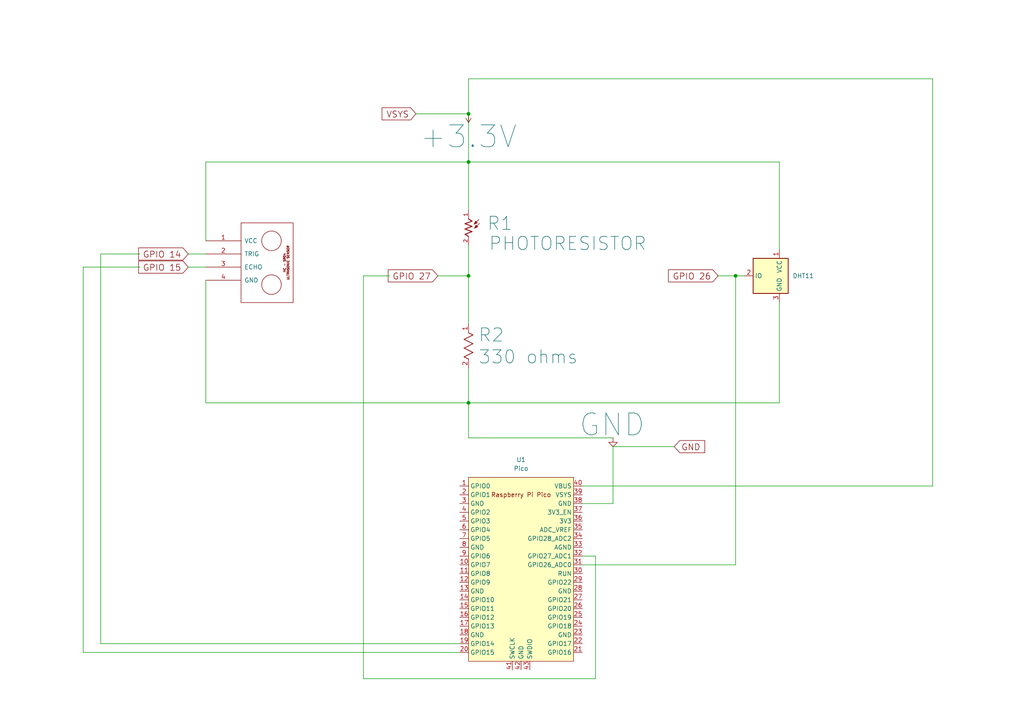
<source format=kicad_sch>
(kicad_sch (version 20250114) (generator "eeschema") (generator_version "9.0")
  (paper "A4")
  (lib_symbols
    (symbol "2025-07-29_04-21-00:CF14JT330R" (pin_names (offset 0.254))
      (property "Reference" "R" (at 5.715 3.81 0))
      (property "Value" "CF14JT330R" (at 6.35 -3.81 0))
      (symbol "CF14JT330R_1_1"
        (pin unspecified line (at 0 0 0) (length 2.54) (name "") (number "1"))
        (pin unspecified line (at 12.7 0 180) (length 2.54) (name "") (number "2"))
      )
      (symbol "CF14JT330R_1_2"
        (pin unspecified line (at 0 12.7 270) (length 2.54) (name "") (number "1"))
        (pin unspecified line (at 0 0 90) (length 2.54) (name "") (number "2"))
      )
    )
    (symbol "FPGA_Xilinx_Virtex7:XC7V585T-FFG1157" (pin_names (offset 1.016))
      (symbol "XC7V585T-FFG1157_1_1"
        (text "HC - SR04\nULTRASONIC SENSOR" (at 0 1.778 0) (effects (font (size 0.635 0.635))))
        (pin power_in line (at -6.35 -21.59 90) (length 10.16) (name "VCC") (number "1"))
        (pin output line (at -2.54 -21.59 90) (length 10.16) (name "TRIG") (number "2"))
        (pin output line (at 1.27 -21.59 90) (length 10.16) (name "ECHO") (number "3"))
        (pin power_in line (at 5.08 -21.59 90) (length 10.16) (name "GND") (number "4"))
      )
      (symbol "XC7V585T-FFG1157_2_1"
        (pin bidirectional line (at -50.8 53.34 0) (length 6.35) (name "IO_0_VRN_16") (number "V23"))
        (pin bidirectional line (at -50.8 50.8 0) (length 6.35) (name "IO_L1P_T0_16") (number "AA33"))
        (pin bidirectional line (at -50.8 48.26 0) (length 6.35) (name "IO_L1N_T0_16") (number "AA34"))
        (pin bidirectional line (at -50.8 45.72 0) (length 6.35) (name "IO_L2P_T0_16") (number "V34"))
        (pin bidirectional line (at -50.8 43.18 0) (length 6.35) (name "IO_L2N_T0_16") (number "W34"))
        (pin bidirectional line (at -50.8 40.64 0) (length 6.35) (name "IO_L3P_T0_DQS_16") (number "AB33"))
        (pin bidirectional line (at -50.8 38.1 0) (length 6.35) (name "IO_L3N_T0_DQS_16") (number "AC34"))
        (pin bidirectional line (at -50.8 35.56 0) (length 6.35) (name "IO_L4P_T0_16") (number "Y33"))
        (pin bidirectional line (at -50.8 33.02 0) (length 6.35) (name "IO_L4N_T0_16") (number "Y34"))
        (pin bidirectional line (at -50.8 30.48 0) (length 6.35) (name "IO_L5P_T0_16") (number "AC32"))
        (pin bidirectional line (at -50.8 27.94 0) (length 6.35) (name "IO_L5N_T0_16") (number "AC33"))
        (pin bidirectional line (at -50.8 25.4 0) (length 6.35) (name "IO_L6P_T0_16") (number "V32"))
        (pin bidirectional line (at -50.8 22.86 0) (length 6.35) (name "IO_L6N_T0_VREF_16") (number "V33"))
        (pin bidirectional line (at -50.8 20.32 0) (length 6.35) (name "IO_L7P_T1_16") (number "AB31"))
        (pin bidirectional line (at -50.8 17.78 0) (length 6.35) (name "IO_L7N_T1_16") (number "AB32"))
        (pin bidirectional line (at -50.8 15.24 0) (length 6.35) (name "IO_L8P_T1_16") (number "U30"))
        (pin bidirectional line (at -50.8 12.7 0) (length 6.35) (name "IO_L8N_T1_16") (number "V30"))
        (pin bidirectional line (at -50.8 10.16 0) (length 6.35) (name "IO_L9P_T1_DQS_16") (number "AA30"))
        (pin bidirectional line (at -50.8 7.62 0) (length 6.35) (name "IO_L9N_T1_DQS_16") (number "AB30"))
        (pin bidirectional line (at -50.8 5.08 0) (length 6.35) (name "IO_L10P_T1_16") (number "W32"))
        (pin bidirectional line (at -50.8 2.54 0) (length 6.35) (name "IO_L10N_T1_16") (number "Y32"))
        (pin bidirectional line (at -50.8 0 0) (length 6.35) (name "IO_L11P_T1_SRCC_16") (number "Y31"))
        (pin bidirectional line (at -50.8 -2.54 0) (length 6.35) (name "IO_L11N_T1_SRCC_16") (number "AA31"))
        (pin bidirectional line (at -50.8 -5.08 0) (length 6.35) (name "IO_L12P_T1_MRCC_16") (number "W30"))
        (pin bidirectional line (at -50.8 -7.62 0) (length 6.35) (name "IO_L12N_T1_MRCC_16") (number "W31"))
        (pin bidirectional line (at -50.8 -10.16 0) (length 6.35) (name "IO_L13P_T2_MRCC_16") (number "AA28"))
        (pin bidirectional line (at -50.8 -12.7 0) (length 6.35) (name "IO_L13N_T2_MRCC_16") (number "AA29"))
        (pin bidirectional line (at -50.8 -15.24 0) (length 6.35) (name "IO_L14P_T2_SRCC_16") (number "Y28"))
        (pin bidirectional line (at -50.8 -17.78 0) (length 6.35) (name "IO_L14N_T2_SRCC_16") (number "Y29"))
        (pin bidirectional line (at -50.8 -20.32 0) (length 6.35) (name "IO_L15P_T2_DQS_16") (number "V27"))
        (pin bidirectional line (at -50.8 -22.86 0) (length 6.35) (name "IO_L15N_T2_DQS_16") (number "V28"))
        (pin bidirectional line (at -50.8 -25.4 0) (length 6.35) (name "IO_L16P_T2_16") (number "V29"))
        (pin bidirectional line (at -50.8 -27.94 0) (length 6.35) (name "IO_L16N_T2_16") (number "W29"))
        (pin bidirectional line (at -50.8 -30.48 0) (length 6.35) (name "IO_L17P_T2_16") (number "W26"))
        (pin bidirectional line (at -50.8 -33.02 0) (length 6.35) (name "IO_L17N_T2_16") (number "W27"))
        (pin bidirectional line (at -50.8 -35.56 0) (length 6.35) (name "IO_L18P_T2_16") (number "AB27"))
        (pin bidirectional line (at -50.8 -38.1 0) (length 6.35) (name "IO_L18N_T2_16") (number "AB28"))
        (pin bidirectional line (at -50.8 -40.64 0) (length 6.35) (name "IO_L19P_T3_16") (number "Y26"))
        (pin bidirectional line (at -50.8 -43.18 0) (length 6.35) (name "IO_L19N_T3_VREF_16") (number "Y27"))
        (pin bidirectional line (at -50.8 -45.72 0) (length 6.35) (name "IO_L20P_T3_16") (number "V24"))
        (pin bidirectional line (at -50.8 -48.26 0) (length 6.35) (name "IO_L20N_T3_16") (number "V25"))
        (pin bidirectional line (at -50.8 -50.8 0) (length 6.35) (name "IO_L21P_T3_DQS_16") (number "AA26"))
        (pin bidirectional line (at -50.8 -53.34 0) (length 6.35) (name "IO_L21N_T3_DQS_16") (number "AB26"))
        (pin bidirectional line (at -50.8 -55.88 0) (length 6.35) (name "IO_L22P_T3_16") (number "W24"))
        (pin bidirectional line (at -50.8 -58.42 0) (length 6.35) (name "IO_L22N_T3_16") (number "W25"))
        (pin bidirectional line (at -50.8 -60.96 0) (length 6.35) (name "IO_L23P_T3_16") (number "Y24"))
        (pin bidirectional line (at -50.8 -63.5 0) (length 6.35) (name "IO_L23N_T3_16") (number "AA25"))
        (pin bidirectional line (at -50.8 -66.04 0) (length 6.35) (name "IO_L24P_T3_16") (number "AA23"))
        (pin bidirectional line (at -50.8 -68.58 0) (length 6.35) (name "IO_L24N_T3_16") (number "AA24"))
        (pin bidirectional line (at -50.8 -71.12 0) (length 6.35) (name "IO_25_VRP_16") (number "AB25"))
        (pin power_in line (at -40.64 73.66 270) (length 6.35) (name "VCCO_16") (number "AA32"))
        (pin power_in line (at -38.1 73.66 270) (length 6.35) (name "VCCO_16") (number "AB29"))
        (pin power_in line (at -35.56 73.66 270) (length 6.35) (name "VCCO_16") (number "U24"))
        (pin power_in line (at -33.02 73.66 270) (length 6.35) (name "VCCO_16") (number "V31"))
        (pin power_in line (at -30.48 73.66 270) (length 6.35) (name "VCCO_16") (number "W28"))
        (pin power_in line (at -27.94 73.66 270) (length 6.35) (name "VCCO_16") (number "Y25"))
        (pin power_in line (at 27.94 73.66 270) (length 6.35) (name "VCCO_17") (number "N26"))
        (pin power_in line (at 30.48 73.66 270) (length 6.35) (name "VCCO_17") (number "P23"))
        (pin power_in line (at 33.02 73.66 270) (length 6.35) (name "VCCO_17") (number "P33"))
        (pin power_in line (at 35.56 73.66 270) (length 6.35) (name "VCCO_17") (number "R30"))
        (pin power_in line (at 38.1 73.66 270) (length 6.35) (name "VCCO_17") (number "T27"))
        (pin power_in line (at 40.64 73.66 270) (length 6.35) (name "VCCO_17") (number "U34"))
        (pin bidirectional line (at 50.8 53.34 180) (length 6.35) (name "IO_0_VRN_17") (number "N23"))
        (pin bidirectional line (at 50.8 50.8 180) (length 6.35) (name "IO_L1P_T0_17") (number "N24"))
        (pin bidirectional line (at 50.8 48.26 180) (length 6.35) (name "IO_L1N_T0_17") (number "N25"))
        (pin bidirectional line (at 50.8 45.72 180) (length 6.35) (name "IO_L2P_T0_17") (number "N27"))
        (pin bidirectional line (at 50.8 43.18 180) (length 6.35) (name "IO_L2N_T0_17") (number "N28"))
        (pin bidirectional line (at 50.8 40.64 180) (length 6.35) (name "IO_L3P_T0_DQS_17") (number "R23"))
        (pin bidirectional line (at 50.8 38.1 180) (length 6.35) (name "IO_L3N_T0_DQS_17") (number "R24"))
        (pin bidirectional line (at 50.8 35.56 180) (length 6.35) (name "IO_L4P_T0_17") (number "P24"))
        (pin bidirectional line (at 50.8 33.02 180) (length 6.35) (name "IO_L4N_T0_17") (number "P25"))
        (pin bidirectional line (at 50.8 30.48 180) (length 6.35) (name "IO_L5P_T0_17") (number "T24"))
        (pin bidirectional line (at 50.8 27.94 180) (length 6.35) (name "IO_L5N_T0_17") (number "T25"))
        (pin bidirectional line (at 50.8 25.4 180) (length 6.35) (name "IO_L6P_T0_17") (number "P26"))
        (pin bidirectional line (at 50.8 22.86 180) (length 6.35) (name "IO_L6N_T0_VREF_17") (number "P27"))
        (pin bidirectional line (at 50.8 20.32 180) (length 6.35) (name "IO_L7P_T1_17") (number "N29"))
        (pin bidirectional line (at 50.8 17.78 180) (length 6.35) (name "IO_L7N_T1_17") (number "N30"))
        (pin bidirectional line (at 50.8 15.24 180) (length 6.35) (name "IO_L8P_T1_17") (number "M30"))
        (pin bidirectional line (at 50.8 12.7 180) (length 6.35) (name "IO_L8N_T1_17") (number "M31"))
        (pin bidirectional line (at 50.8 10.16 180) (length 6.35) (name "IO_L9P_T1_DQS_17") (number "T31"))
        (pin bidirectional line (at 50.8 7.62 180) (length 6.35) (name "IO_L9N_T1_DQS_17") (number "R32"))
        (pin bidirectional line (at 50.8 5.08 180) (length 6.35) (name "IO_L10P_T1_17") (number "U31"))
        (pin bidirectional line (at 50.8 2.54 180) (length 6.35) (name "IO_L10N_T1_17") (number "U32"))
        (pin bidirectional line (at 50.8 0 180) (length 6.35) (name "IO_L11P_T1_SRCC_17") (number "R31"))
        (pin bidirectional line (at 50.8 -2.54 180) (length 6.35) (name "IO_L11N_T1_SRCC_17") (number "P31"))
        (pin bidirectional line (at 50.8 -5.08 180) (length 6.35) (name "IO_L12P_T1_MRCC_17") (number "P29"))
        (pin bidirectional line (at 50.8 -7.62 180) (length 6.35) (name "IO_L12N_T1_MRCC_17") (number "P30"))
        (pin bidirectional line (at 50.8 -10.16 180) (length 6.35) (name "IO_L13P_T2_MRCC_17") (number "R28"))
        (pin bidirectional line (at 50.8 -12.7 180) (length 6.35) (name "IO_L13N_T2_MRCC_17") (number "R29"))
        (pin bidirectional line (at 50.8 -15.24 180) (length 6.35) (name "IO_L14P_T2_SRCC_17") (number "T29"))
        (pin bidirectional line (at 50.8 -17.78 180) (length 6.35) (name "IO_L14N_T2_SRCC_17") (number "T30"))
        (pin bidirectional line (at 50.8 -20.32 180) (length 6.35) (name "IO_L15P_T2_DQS_17") (number "R26"))
        (pin bidirectional line (at 50.8 -22.86 180) (length 6.35) (name "IO_L15N_T2_DQS_17") (number "R27"))
        (pin bidirectional line (at 50.8 -25.4 180) (length 6.35) (name "IO_L16P_T2_17") (number "U28"))
        (pin bidirectional line (at 50.8 -27.94 180) (length 6.35) (name "IO_L16N_T2_17") (number "T28"))
        (pin bidirectional line (at 50.8 -30.48 180) (length 6.35) (name "IO_L17P_T2_17") (number "U26"))
        (pin bidirectional line (at 50.8 -33.02 180) (length 6.35) (name "IO_L17N_T2_17") (number "U27"))
        (pin bidirectional line (at 50.8 -35.56 180) (length 6.35) (name "IO_L18P_T2_17") (number "U25"))
        (pin bidirectional line (at 50.8 -38.1 180) (length 6.35) (name "IO_L18N_T2_17") (number "T26"))
        (pin bidirectional line (at 50.8 -40.64 180) (length 6.35) (name "IO_L19P_T3_17") (number "P32"))
        (pin bidirectional line (at 50.8 -43.18 180) (length 6.35) (name "IO_L19N_T3_VREF_17") (number "N32"))
        (pin bidirectional line (at 50.8 -45.72 180) (length 6.35) (name "IO_L20P_T3_17") (number "M32"))
        (pin bidirectional line (at 50.8 -48.26 180) (length 6.35) (name "IO_L20N_T3_17") (number "M33"))
        (pin bidirectional line (at 50.8 -50.8 180) (length 6.35) (name "IO_L21P_T3_DQS_17") (number "T33"))
        (pin bidirectional line (at 50.8 -53.34 180) (length 6.35) (name "IO_L21N_T3_DQS_17") (number "R34"))
        (pin bidirectional line (at 50.8 -55.88 180) (length 6.35) (name "IO_L22P_T3_17") (number "N33"))
        (pin bidirectional line (at 50.8 -58.42 180) (length 6.35) (name "IO_L22N_T3_17") (number "N34"))
        (pin bidirectional line (at 50.8 -60.96 180) (length 6.35) (name "IO_L23P_T3_17") (number "U33"))
        (pin bidirectional line (at 50.8 -63.5 180) (length 6.35) (name "IO_L23N_T3_17") (number "T34"))
        (pin bidirectional line (at 50.8 -66.04 180) (length 6.35) (name "IO_L24P_T3_17") (number "R33"))
        (pin bidirectional line (at 50.8 -68.58 180) (length 6.35) (name "IO_L24N_T3_17") (number "P34"))
        (pin bidirectional line (at 50.8 -71.12 180) (length 6.35) (name "IO_25_VRP_17") (number "U23"))
      )
      (symbol "XC7V585T-FFG1157_3_1"
        (pin bidirectional line (at -50.8 53.34 0) (length 6.35) (name "IO_0_VRN_18") (number "H27"))
        (pin bidirectional line (at -50.8 50.8 0) (length 6.35) (name "IO_L1P_T0_18") (number "L23"))
        (pin bidirectional line (at -50.8 48.26 0) (length 6.35) (name "IO_L1N_T0_18") (number "K23"))
        (pin bidirectional line (at -50.8 45.72 0) (length 6.35) (name "IO_L2P_T0_18") (number "M27"))
        (pin bidirectional line (at -50.8 43.18 0) (length 6.35) (name "IO_L2N_T0_18") (number "L28"))
        (pin bidirectional line (at -50.8 40.64 0) (length 6.35) (name "IO_L3P_T0_DQS_18") (number "L24"))
        (pin bidirectional line (at -50.8 38.1 0) (length 6.35) (name "IO_L3N_T0_DQS_18") (number "K24"))
        (pin bidirectional line (at -50.8 35.56 0) (length 6.35) (name "IO_L4P_T0_18") (number "M26"))
        (pin bidirectional line (at -50.8 33.02 0) (length 6.35) (name "IO_L4N_T0_18") (number "L26"))
        (pin bidirectional line (at -50.8 30.48 0) (length 6.35) (name "IO_L5P_T0_18") (number "K26"))
        (pin bidirectional line (at -50.8 27.94 0) (length 6.35) (name "IO_L5N_T0_18") (number "K27"))
        (pin bidirectional line (at -50.8 25.4 0) (length 6.35) (name "IO_L6P_T0_18") (number "M25"))
        (pin bidirectional line (at -50.8 22.86 0) (length 6.35) (name "IO_L6N_T0_VREF_18") (number "L25"))
        (pin bidirectional line (at -50.8 20.32 0) (length 6.35) (name "IO_L7P_T1_18") (number "G33"))
        (pin bidirectional line (at -50.8 17.78 0) (length 6.35) (name "IO_L7N_T1_18") (number "F34"))
        (pin bidirectional line (at -50.8 15.24 0) (length 6.35) (name "IO_L8P_T1_18") (number "E32"))
        (pin bidirectional line (at -50.8 12.7 0) (length 6.35) (name "IO_L8N_T1_18") (number "E33"))
        (pin bidirectional line (at -50.8 10.16 0) (length 6.35) (name "IO_L9P_T1_DQS_18") (number "F30"))
        (pin bidirectional line (at -50.8 7.62 0) (length 6.35) (name "IO_L9N_T1_DQS_18") (number "F31"))
        (pin bidirectional line (at -50.8 5.08 0) (length 6.35) (name "IO_L10P_T1_18") (number "F33"))
        (pin bidirectional line (at -50.8 2.54 0) (length 6.35) (name "IO_L10N_T1_18") (number "E34"))
        (pin bidirectional line (at -50.8 0 0) (length 6.35) (name "IO_L11P_T1_SRCC_18") (number "H32"))
        (pin bidirectional line (at -50.8 -2.54 0) (length 6.35) (name "IO_L11N_T1_SRCC_18") (number "G32"))
        (pin bidirectional line (at -50.8 -5.08 0) (length 6.35) (name "IO_L12P_T1_MRCC_18") (number "G30"))
        (pin bidirectional line (at -50.8 -7.62 0) (length 6.35) (name "IO_L12N_T1_MRCC_18") (number "G31"))
        (pin bidirectional line (at -50.8 -10.16 0) (length 6.35) (name "IO_L13P_T2_MRCC_18") (number "H29"))
        (pin bidirectional line (at -50.8 -12.7 0) (length 6.35) (name "IO_L13N_T2_MRCC_18") (number "H30"))
        (pin bidirectional line (at -50.8 -15.24 0) (length 6.35) (name "IO_L14P_T2_SRCC_18") (number "J30"))
        (pin bidirectional line (at -50.8 -17.78 0) (length 6.35) (name "IO_L14N_T2_SRCC_18") (number "J31"))
        (pin bidirectional line (at -50.8 -20.32 0) (length 6.35) (name "IO_L15P_T2_DQS_18") (number "J27"))
        (pin bidirectional line (at -50.8 -22.86 0) (length 6.35) (name "IO_L15N_T2_DQS_18") (number "H28"))
        (pin bidirectional line (at -50.8 -25.4 0) (length 6.35) (name "IO_L16P_T2_18") (number "K28"))
        (pin bidirectional line (at -50.8 -27.94 0) (length 6.35) (name "IO_L16N_T2_18") (number "J29"))
        (pin bidirectional line (at -50.8 -30.48 0) (length 6.35) (name "IO_L17P_T2_18") (number "G28"))
        (pin bidirectional line (at -50.8 -33.02 0) (length 6.35) (name "IO_L17N_T2_18") (number "F29"))
        (pin bidirectional line (at -50.8 -35.56 0) (length 6.35) (name "IO_L18P_T2_18") (number "L29"))
        (pin bidirectional line (at -50.8 -38.1 0) (length 6.35) (name "IO_L18N_T2_18") (number "K29"))
        (pin bidirectional line (at -50.8 -40.64 0) (length 6.35) (name "IO_L19P_T3_18") (number "K31"))
        (pin bidirectional line (at -50.8 -43.18 0) (length 6.35) (name "IO_L19N_T3_VREF_18") (number "J32"))
        (pin bidirectional line (at -50.8 -45.72 0) (length 6.35) (name "IO_L20P_T3_18") (number "K32"))
        (pin bidirectional line (at -50.8 -48.26 0) (length 6.35) (name "IO_L20N_T3_18") (number "K33"))
        (pin bidirectional line (at -50.8 -50.8 0) (length 6.35) (name "IO_L21P_T3_DQS_18") (number "H33"))
        (pin bidirectional line (at -50.8 -53.34 0) (length 6.35) (name "IO_L21N_T3_DQS_18") (number "H34"))
        (pin bidirectional line (at -50.8 -55.88 0) (length 6.35) (name "IO_L22P_T3_18") (number "L33"))
        (pin bidirectional line (at -50.8 -58.42 0) (length 6.35) (name "IO_L22N_T3_18") (number "L34"))
        (pin bidirectional line (at -50.8 -60.96 0) (length 6.35) (name "IO_L23P_T3_18") (number "K34"))
        (pin bidirectional line (at -50.8 -63.5 0) (length 6.35) (name "IO_L23N_T3_18") (number "J34"))
        (pin bidirectional line (at -50.8 -66.04 0) (length 6.35) (name "IO_L24P_T3_18") (number "L30"))
        (pin bidirectional line (at -50.8 -68.58 0) (length 6.35) (name "IO_L24N_T3_18") (number "L31"))
        (pin bidirectional line (at -50.8 -71.12 0) (length 6.35) (name "IO_25_VRP_18") (number "M28"))
        (pin power_in line (at -40.64 73.66 270) (length 6.35) (name "VCCO_18") (number "G34"))
        (pin power_in line (at -38.1 73.66 270) (length 6.35) (name "VCCO_18") (number "H31"))
        (pin power_in line (at -35.56 73.66 270) (length 6.35) (name "VCCO_18") (number "J28"))
        (pin power_in line (at -33.02 73.66 270) (length 6.35) (name "VCCO_18") (number "K25"))
        (pin power_in line (at -30.48 73.66 270) (length 6.35) (name "VCCO_18") (number "L22"))
        (pin power_in line (at -27.94 73.66 270) (length 6.35) (name "VCCO_18") (number "L32"))
        (pin power_in line (at -25.4 73.66 270) (length 6.35) (name "VCCO_18") (number "M29"))
        (pin power_in line (at 25.4 73.66 270) (length 6.35) (name "VCCO_19") (number "A32"))
        (pin power_in line (at 27.94 73.66 270) (length 6.35) (name "VCCO_19") (number "B29"))
        (pin power_in line (at 30.48 73.66 270) (length 6.35) (name "VCCO_19") (number "C26"))
        (pin power_in line (at 33.02 73.66 270) (length 6.35) (name "VCCO_19") (number "D33"))
        (pin power_in line (at 35.56 73.66 270) (length 6.35) (name "VCCO_19") (number "E30"))
        (pin power_in line (at 38.1 73.66 270) (length 6.35) (name "VCCO_19") (number "F27"))
        (pin power_in line (at 40.64 73.66 270) (length 6.35) (name "VCCO_19") (number "G24"))
        (pin bidirectional line (at 50.8 53.34 180) (length 6.35) (name "IO_0_VRN_19") (number "F24"))
        (pin bidirectional line (at 50.8 50.8 180) (length 6.35) (name "IO_L1P_T0_19") (number "B31"))
        (pin bidirectional line (at 50.8 48.26 180) (length 6.35) (name "IO_L1N_T0_19") (number "B32"))
        (pin bidirectional line (at 50.8 45.72 180) (length 6.35) (name "IO_L2P_T0_19") (number "D34"))
        (pin bidirectional line (at 50.8 43.18 180) (length 6.35) (name "IO_L2N_T0_19") (number "C34"))
        (pin bidirectional line (at 50.8 40.64 180) (length 6.35) (name "IO_L3P_T0_DQS_19") (number "B33"))
        (pin bidirectional line (at 50.8 38.1 180) (length 6.35) (name "IO_L3N_T0_DQS_19") (number "A33"))
        (pin bidirectional line (at 50.8 35.56 180) (length 6.35) (name "IO_L4P_T0_19") (number "C33"))
        (pin bidirectional line (at 50.8 33.02 180) (length 6.35) (name "IO_L4N_T0_19") (number "B34"))
        (pin bidirectional line (at 50.8 30.48 180) (length 6.35) (name "IO_L5P_T0_19") (number "E31"))
        (pin bidirectional line (at 50.8 27.94 180) (length 6.35) (name "IO_L5N_T0_19") (number "D31"))
        (pin bidirectional line (at 50.8 25.4 180) (length 6.35) (name "IO_L6P_T0_19") (number "D32"))
        (pin bidirectional line (at 50.8 22.86 180) (length 6.35) (name "IO_L6N_T0_VREF_19") (number "C32"))
        (pin bidirectional line (at 50.8 20.32 180) (length 6.35) (name "IO_L7P_T1_19") (number "C25"))
        (pin bidirectional line (at 50.8 17.78 180) (length 6.35) (name "IO_L7N_T1_19") (number "B25"))
        (pin bidirectional line (at 50.8 15.24 180) (length 6.35) (name "IO_L8P_T1_19") (number "A25"))
        (pin bidirectional line (at 50.8 12.7 180) (length 6.35) (name "IO_L8N_T1_19") (number "A26"))
        (pin bidirectional line (at 50.8 10.16 180) (length 6.35) (name "IO_L9P_T1_DQS_19") (number "E26"))
        (pin bidirectional line (at 50.8 7.62 180) (length 6.35) (name "IO_L9N_T1_DQS_19") (number "D26"))
        (pin bidirectional line (at 50.8 5.08 180) (length 6.35) (name "IO_L10P_T1_19") (number "B26"))
        (pin bidirectional line (at 50.8 2.54 180) (length 6.35) (name "IO_L10N_T1_19") (number "B27"))
        (pin bidirectional line (at 50.8 0 180) (length 6.35) (name "IO_L11P_T1_SRCC_19") (number "E27"))
        (pin bidirectional line (at 50.8 -2.54 180) (length 6.35) (name "IO_L11N_T1_SRCC_19") (number "D27"))
        (pin bidirectional line (at 50.8 -5.08 180) (length 6.35) (name "IO_L12P_T1_MRCC_19") (number "C27"))
        (pin bidirectional line (at 50.8 -7.62 180) (length 6.35) (name "IO_L12N_T1_MRCC_19") (number "B28"))
        (pin bidirectional line (at 50.8 -10.16 180) (length 6.35) (name "IO_L13P_T2_MRCC_19") (number "C30"))
        (pin bidirectional line (at 50.8 -12.7 180) (length 6.35) (name "IO_L13N_T2_MRCC_19") (number "B30"))
        (pin bidirectional line (at 50.8 -15.24 180) (length 6.35) (name "IO_L14P_T2_SRCC_19") (number "C28"))
        (pin bidirectional line (at 50.8 -17.78 180) (length 6.35) (name "IO_L14N_T2_SRCC_19") (number "C29"))
        (pin bidirectional line (at 50.8 -20.32 180) (length 6.35) (name "IO_L15P_T2_DQS_19") (number "A28"))
        (pin bidirectional line (at 50.8 -22.86 180) (length 6.35) (name "IO_L15N_T2_DQS_19") (number "A29"))
        (pin bidirectional line (at 50.8 -25.4 180) (length 6.35) (name "IO_L16P_T2_19") (number "D29"))
        (pin bidirectional line (at 50.8 -27.94 180) (length 6.35) (name "IO_L16N_T2_19") (number "D30"))
        (pin bidirectional line (at 50.8 -30.48 180) (length 6.35) (name "IO_L17P_T2_19") (number "A30"))
        (pin bidirectional line (at 50.8 -33.02 180) (length 6.35) (name "IO_L17N_T2_19") (number "A31"))
        (pin bidirectional line (at 50.8 -35.56 180) (length 6.35) (name "IO_L18P_T2_19") (number "E28"))
        (pin bidirectional line (at 50.8 -38.1 180) (length 6.35) (name "IO_L18N_T2_19") (number "E29"))
        (pin bidirectional line (at 50.8 -40.64 180) (length 6.35) (name "IO_L19P_T3_19") (number "J24"))
        (pin bidirectional line (at 50.8 -43.18 180) (length 6.35) (name "IO_L19N_T3_VREF_19") (number "H24"))
        (pin bidirectional line (at 50.8 -45.72 180) (length 6.35) (name "IO_L20P_T3_19") (number "J25"))
        (pin bidirectional line (at 50.8 -48.26 180) (length 6.35) (name "IO_L20N_T3_19") (number "H25"))
        (pin bidirectional line (at 50.8 -50.8 180) (length 6.35) (name "IO_L21P_T3_DQS_19") (number "G25"))
        (pin bidirectional line (at 50.8 -53.34 180) (length 6.35) (name "IO_L21N_T3_DQS_19") (number "F25"))
        (pin bidirectional line (at 50.8 -55.88 180) (length 6.35) (name "IO_L22P_T3_19") (number "G26"))
        (pin bidirectional line (at 50.8 -58.42 180) (length 6.35) (name "IO_L22N_T3_19") (number "F26"))
        (pin bidirectional line (at 50.8 -60.96 180) (length 6.35) (name "IO_L23P_T3_19") (number "E24"))
        (pin bidirectional line (at 50.8 -63.5 180) (length 6.35) (name "IO_L23N_T3_19") (number "D25"))
        (pin bidirectional line (at 50.8 -66.04 180) (length 6.35) (name "IO_L24P_T3_19") (number "G27"))
        (pin bidirectional line (at 50.8 -68.58 180) (length 6.35) (name "IO_L24N_T3_19") (number "F28"))
        (pin bidirectional line (at 50.8 -71.12 180) (length 6.35) (name "IO_25_VRP_19") (number "J26"))
      )
      (symbol "XC7V585T-FFG1157_4_1"
        (pin bidirectional line (at -50.8 53.34 0) (length 6.35) (name "IO_0_VRN_34") (number "AC12"))
        (pin bidirectional line (at -50.8 50.8 0) (length 6.35) (name "IO_L1P_T0_34") (number "AE9"))
        (pin bidirectional line (at -50.8 48.26 0) (length 6.35) (name "IO_L1N_T0_34") (number "AE8"))
        (pin bidirectional line (at -50.8 45.72 0) (length 6.35) (name "IO_L2P_T0_34") (number "AC10"))
        (pin bidirectional line (at -50.8 43.18 0) (length 6.35) (name "IO_L2N_T0_34") (number "AC9"))
        (pin bidirectional line (at -50.8 40.64 0) (length 6.35) (name "IO_L3P_T0_DQS_34") (number "AE12"))
        (pin bidirectional line (at -50.8 38.1 0) (length 6.35) (name "IO_L3N_T0_DQS_34") (number "AE11"))
        (pin bidirectional line (at -50.8 35.56 0) (length 6.35) (name "IO_L4P_T0_34") (number "AD10"))
        (pin bidirectional line (at -50.8 33.02 0) (length 6.35) (name "IO_L4N_T0_34") (number "AD9"))
        (pin bidirectional line (at -50.8 30.48 0) (length 6.35) (name "IO_L5P_T0_34") (number "AF9"))
        (pin bidirectional line (at -50.8 27.94 0) (length 6.35) (name "IO_L5N_T0_34") (number "AF8"))
        (pin bidirectional line (at -50.8 25.4 0) (length 6.35) (name "IO_L6P_T0_34") (number "AD12"))
        (pin bidirectional line (at -50.8 22.86 0) (length 6.35) (name "IO_L6N_T0_VREF_34") (number "AD11"))
        (pin bidirectional line (at -50.8 20.32 0) (length 6.35) (name "IO_L7P_T1_34") (number "AF11"))
        (pin bidirectional line (at -50.8 17.78 0) (length 6.35) (name "IO_L7N_T1_34") (number "AG11"))
        (pin bidirectional line (at -50.8 15.24 0) (length 6.35) (name "IO_L8P_T1_34") (number "AG8"))
        (pin bidirectional line (at -50.8 12.7 0) (length 6.35) (name "IO_L8N_T1_34") (number "AH8"))
        (pin bidirectional line (at -50.8 10.16 0) (length 6.35) (name "IO_L9P_T1_DQS_34") (number "AG12"))
        (pin bidirectional line (at -50.8 7.62 0) (length 6.35) (name "IO_L9N_T1_DQS_34") (number "AH12"))
        (pin bidirectional line (at -50.8 5.08 0) (length 6.35) (name "IO_L10P_T1_34") (number "AF10"))
        (pin bidirectional line (at -50.8 2.54 0) (length 6.35) (name "IO_L10N_T1_34") (number "AG10"))
        (pin bidirectional line (at -50.8 0 0) (length 6.35) (name "IO_L11P_T1_SRCC_34") (number "AH10"))
        (pin bidirectional line (at -50.8 -2.54 0) (length 6.35) (name "IO_L11N_T1_SRCC_34") (number "AJ10"))
        (pin bidirectional line (at -50.8 -5.08 0) (length 6.35) (name "IO_L12P_T1_MRCC_34") (number "AH9"))
        (pin bidirectional line (at -50.8 -7.62 0) (length 6.35) (name "IO_L12N_T1_MRCC_34") (number "AJ9"))
        (pin bidirectional line (at -50.8 -10.16 0) (length 6.35) (name "IO_L13P_T2_MRCC_34") (number "AJ11"))
        (pin bidirectional line (at -50.8 -12.7 0) (length 6.35) (name "IO_L13N_T2_MRCC_34") (number "AK11"))
        (pin bidirectional line (at -50.8 -15.24 0) (length 6.35) (name "IO_L14P_T2_SRCC_34") (number "AJ12"))
        (pin bidirectional line (at -50.8 -17.78 0) (length 6.35) (name "IO_L14N_T2_SRCC_34") (number "AK12"))
        (pin bidirectional line (at -50.8 -20.32 0) (length 6.35) (name "IO_L15P_T2_DQS_34") (number "AK8"))
        (pin bidirectional line (at -50.8 -22.86 0) (length 6.35) (name "IO_L15N_T2_DQS_34") (number "AL8"))
        (pin bidirectional line (at -50.8 -25.4 0) (length 6.35) (name "IO_L16P_T2_34") (number "AL10"))
        (pin bidirectional line (at -50.8 -27.94 0) (length 6.35) (name "IO_L16N_T2_34") (number "AM10"))
        (pin bidirectional line (at -50.8 -30.48 0) (length 6.35) (name "IO_L17P_T2_34") (number "AK9"))
        (pin bidirectional line (at -50.8 -33.02 0) (length 6.35) (name "IO_L17N_T2_34") (number "AL9"))
        (pin bidirectional line (at -50.8 -35.56 0) (length 6.35) (name "IO_L18P_T2_34") (number "AL11"))
        (pin bidirectional line (at -50.8 -38.1 0) (length 6.35) (name "IO_L18N_T2_34") (number "AM11"))
        (pin bidirectional line (at -50.8 -40.64 0) (length 6.35) (name "IO_L19P_T3_34") (number "AM12"))
        (pin bidirectional line (at -50.8 -43.18 0) (length 6.35) (name "IO_L19N_T3_VREF_34") (number "AN12"))
        (pin bidirectional line (at -50.8 -45.72 0) (length 6.35) (name "IO_L20P_T3_34") (number "AN9"))
        (pin bidirectional line (at -50.8 -48.26 0) (length 6.35) (name "IO_L20N_T3_34") (number "AP9"))
        (pin bidirectional line (at -50.8 -50.8 0) (length 6.35) (name "IO_L21P_T3_DQS_34") (number "AN10"))
        (pin bidirectional line (at -50.8 -53.34 0) (length 6.35) (name "IO_L21N_T3_DQS_34") (number "AP10"))
        (pin bidirectional line (at -50.8 -55.88 0) (length 6.35) (name "IO_L22P_T3_34") (number "AP12"))
        (pin bidirectional line (at -50.8 -58.42 0) (length 6.35) (name "IO_L22N_T3_34") (number "AP11"))
        (pin bidirectional line (at -50.8 -60.96 0) (length 6.35) (name "IO_L23P_T3_34") (number "AM13"))
        (pin bidirectional line (at -50.8 -63.5 0) (length 6.35) (name "IO_L23N_T3_34") (number "AN13"))
        (pin bidirectional line (at -50.8 -66.04 0) (length 6.35) (name "IO_L24P_T3_34") (number "AK13"))
        (pin bidirectional line (at -50.8 -68.58 0) (length 6.35) (name "IO_L24N_T3_34") (number "AL13"))
        (pin bidirectional line (at -50.8 -71.12 0) (length 6.35) (name "IO_25_VRP_34") (number "AH13"))
        (pin power_in line (at -40.64 73.66 270) (length 6.35) (name "VCCO_34") (number "AD13"))
        (pin power_in line (at -38.1 73.66 270) (length 6.35) (name "VCCO_34") (number "AE10"))
        (pin power_in line (at -35.56 73.66 270) (length 6.35) (name "VCCO_34") (number "AH11"))
        (pin power_in line (at -33.02 73.66 270) (length 6.35) (name "VCCO_34") (number "AJ8"))
        (pin power_in line (at -30.48 73.66 270) (length 6.35) (name "VCCO_34") (number "AL12"))
        (pin power_in line (at -27.94 73.66 270) (length 6.35) (name "VCCO_34") (number "AM9"))
        (pin power_in line (at -25.4 73.66 270) (length 6.35) (name "VCCO_34") (number "AP13"))
        (pin power_in line (at 27.94 73.66 270) (length 6.35) (name "VCCO_35") (number "AC16"))
        (pin power_in line (at 30.48 73.66 270) (length 6.35) (name "VCCO_35") (number "AF17"))
        (pin power_in line (at 33.02 73.66 270) (length 6.35) (name "VCCO_35") (number "AG14"))
        (pin power_in line (at 35.56 73.66 270) (length 6.35) (name "VCCO_35") (number "AJ18"))
        (pin power_in line (at 38.1 73.66 270) (length 6.35) (name "VCCO_35") (number "AK15"))
        (pin power_in line (at 40.64 73.66 270) (length 6.35) (name "VCCO_35") (number "AN16"))
        (pin bidirectional line (at 50.8 53.34 180) (length 6.35) (name "IO_0_VRN_35") (number "AE18"))
        (pin bidirectional line (at 50.8 50.8 180) (length 6.35) (name "IO_L1P_T0_AD4P_35") (number "AN15"))
        (pin bidirectional line (at 50.8 48.26 180) (length 6.35) (name "IO_L1N_T0_AD4N_35") (number "AP15"))
        (pin bidirectional line (at 50.8 45.72 180) (length 6.35) (name "IO_L2P_T0_AD12P_35") (number "AM18"))
        (pin bidirectional line (at 50.8 43.18 180) (length 6.35) (name "IO_L2N_T0_AD12N_35") (number "AN18"))
        (pin bidirectional line (at 50.8 40.64 180) (length 6.35) (name "IO_L3P_T0_DQS_AD5P_35") (number "AL16"))
        (pin bidirectional line (at 50.8 38.1 180) (length 6.35) (name "IO_L3N_T0_DQS_AD5N_35") (number "AM16"))
        (pin bidirectional line (at 50.8 35.56 180) (length 6.35) (name "IO_L4P_T0_35") (number "AP17"))
        (pin bidirectional line (at 50.8 33.02 180) (length 6.35) (name "IO_L4N_T0_35") (number "AP16"))
        (pin bidirectional line (at 50.8 30.48 180) (length 6.35) (name "IO_L5P_T0_AD13P_35") (number "AN14"))
        (pin bidirectional line (at 50.8 27.94 180) (length 6.35) (name "IO_L5N_T0_AD13N_35") (number "AP14"))
        (pin bidirectional line (at 50.8 25.4 180) (length 6.35) (name "IO_L6P_T0_35") (number "AM17"))
        (pin bidirectional line (at 50.8 22.86 180) (length 6.35) (name "IO_L6N_T0_VREF_35") (number "AN17"))
        (pin bidirectional line (at 50.8 20.32 180) (length 6.35) (name "IO_L7P_T1_AD6P_35") (number "AL15"))
        (pin bidirectional line (at 50.8 17.78 180) (length 6.35) (name "IO_L7N_T1_AD6N_35") (number "AM15"))
        (pin bidirectional line (at 50.8 15.24 180) (length 6.35) (name "IO_L8P_T1_AD14P_35") (number "AK18"))
        (pin bidirectional line (at 50.8 12.7 180) (length 6.35) (name "IO_L8N_T1_AD14N_35") (number "AL18"))
        (pin bidirectional line (at 50.8 10.16 180) (length 6.35) (name "IO_L9P_T1_DQS_AD7P_35") (number "AK14"))
        (pin bidirectional line (at 50.8 7.62 180) (length 6.35) (name "IO_L9N_T1_DQS_AD7N_35") (number "AL14"))
        (pin bidirectional line (at 50.8 5.08 180) (length 6.35) (name "IO_L10P_T1_AD15P_35") (number "AJ17"))
        (pin bidirectional line (at 50.8 2.54 180) (length 6.35) (name "IO_L10N_T1_AD15N_35") (number "AK17"))
        (pin bidirectional line (at 50.8 0 180) (length 6.35) (name "IO_L11P_T1_SRCC_35") (number "AJ16"))
        (pin bidirectional line (at 50.8 -2.54 180) (length 6.35) (name "IO_L11N_T1_SRCC_35") (number "AK16"))
        (pin bidirectional line (at 50.8 -5.08 180) (length 6.35) (name "IO_L12P_T1_MRCC_35") (number "AH15"))
        (pin bidirectional line (at 50.8 -7.62 180) (length 6.35) (name "IO_L12N_T1_MRCC_35") (number "AJ15"))
        (pin bidirectional line (at 50.8 -10.16 180) (length 6.35) (name "IO_L13P_T2_MRCC_35") (number "AG17"))
        (pin bidirectional line (at 50.8 -12.7 180) (length 6.35) (name "IO_L13N_T2_MRCC_35") (number "AH17"))
        (pin bidirectional line (at 50.8 -15.24 180) (length 6.35) (name "IO_L14P_T2_SRCC_35") (number "AF16"))
        (pin bidirectional line (at 50.8 -17.78 180) (length 6.35) (name "IO_L14N_T2_SRCC_35") (number "AG16"))
        (pin bidirectional line (at 50.8 -20.32 180) (length 6.35) (name "IO_L15P_T2_DQS_35") (number "AF18"))
        (pin bidirectional line (at 50.8 -22.86 180) (length 6.35) (name "IO_L15N_T2_DQS_35") (number "AG18"))
        (pin bidirectional line (at 50.8 -25.4 180) (length 6.35) (name "IO_L16P_T2_35") (number "AF15"))
        (pin bidirectional line (at 50.8 -27.94 180) (length 6.35) (name "IO_L16N_T2_35") (number "AG15"))
        (pin bidirectional line (at 50.8 -30.48 180) (length 6.35) (name "IO_L17P_T2_35") (number "AH19"))
        (pin bidirectional line (at 50.8 -33.02 180) (length 6.35) (name "IO_L17N_T2_35") (number "AH18"))
        (pin bidirectional line (at 50.8 -35.56 180) (length 6.35) (name "IO_L18P_T2_35") (number "AH14"))
        (pin bidirectional line (at 50.8 -38.1 180) (length 6.35) (name "IO_L18N_T2_35") (number "AJ14"))
        (pin bidirectional line (at 50.8 -40.64 180) (length 6.35) (name "IO_L19P_T3_35") (number "AF13"))
        (pin bidirectional line (at 50.8 -43.18 180) (length 6.35) (name "IO_L19N_T3_VREF_35") (number "AG13"))
        (pin bidirectional line (at 50.8 -45.72 180) (length 6.35) (name "IO_L20P_T3_35") (number "AE17"))
        (pin bidirectional line (at 50.8 -48.26 180) (length 6.35) (name "IO_L20N_T3_35") (number "AE16"))
        (pin bidirectional line (at 50.8 -50.8 180) (length 6.35) (name "IO_L21P_T3_DQS_35") (number "AE14"))
        (pin bidirectional line (at 50.8 -53.34 180) (length 6.35) (name "IO_L21N_T3_DQS_35") (number "AF14"))
        (pin bidirectional line (at 50.8 -55.88 180) (length 6.35) (name "IO_L22P_T3_35") (number "AC17"))
        (pin bidirectional line (at 50.8 -58.42 180) (length 6.35) (name "IO_L22N_T3_35") (number "AD17"))
        (pin bidirectional line (at 50.8 -60.96 180) (length 6.35) (name "IO_L23P_T3_35") (number "AD14"))
        (pin bidirectional line (at 50.8 -63.5 180) (length 6.35) (name "IO_L23N_T3_35") (number "AE13"))
        (pin bidirectional line (at 50.8 -66.04 180) (length 6.35) (name "IO_L24P_T3_35") (number "AD16"))
        (pin bidirectional line (at 50.8 -68.58 180) (length 6.35) (name "IO_L24N_T3_35") (number "AD15"))
        (pin bidirectional line (at 50.8 -71.12 180) (length 6.35) (name "IO_25_VRP_35") (number "AC15"))
      )
      (symbol "XC7V585T-FFG1157_5_1"
        (pin bidirectional line (at -50.8 53.34 0) (length 6.35) (name "IO_0_VRN_36") (number "AC22"))
        (pin bidirectional line (at -50.8 50.8 0) (length 6.35) (name "IO_L1P_T0_36") (number "AN24"))
        (pin bidirectional line (at -50.8 48.26 0) (length 6.35) (name "IO_L1N_T0_36") (number "AP24"))
        (pin bidirectional line (at -50.8 45.72 0) (length 6.35) (name "IO_L2P_T0_36") (number "AN20"))
        (pin bidirectional line (at -50.8 43.18 0) (length 6.35) (name "IO_L2N_T0_36") (number "AP20"))
        (pin bidirectional line (at -50.8 40.64 0) (length 6.35) (name "IO_L3P_T0_DQS_36") (number "AM22"))
        (pin bidirectional line (at -50.8 38.1 0) (length 6.35) (name "IO_L3N_T0_DQS_36") (number "AN22"))
        (pin bidirectional line (at -50.8 35.56 0) (length 6.35) (name "IO_L4P_T0_36") (number "AN19"))
        (pin bidirectional line (at -50.8 33.02 0) (length 6.35) (name "IO_L4N_T0_36") (number "AP19"))
        (pin bidirectional line (at -50.8 30.48 0) (length 6.35) (name "IO_L5P_T0_36") (number "AP21"))
        (pin bidirectional line (at -50.8 27.94 0) (length 6.35) (name "IO_L5N_T0_36") (number "AP22"))
        (pin bidirectional line (at -50.8 25.4 0) (length 6.35) (name "IO_L6P_T0_36") (number "AM23"))
        (pin bidirectional line (at -50.8 22.86 0) (length 6.35) (name "IO_L6N_T0_VREF_36") (number "AN23"))
        (pin bidirectional line (at -50.8 20.32 0) (length 6.35) (name "IO_L7P_T1_36") (number "AM20"))
        (pin bidirectional line (at -50.8 17.78 0) (length 6.35) (name "IO_L7N_T1_36") (number "AM21"))
        (pin bidirectional line (at -50.8 15.24 0) (length 6.35) (name "IO_L8P_T1_36") (number "AK24"))
        (pin bidirectional line (at -50.8 12.7 0) (length 6.35) (name "IO_L8N_T1_36") (number "AL24"))
        (pin bidirectional line (at -50.8 10.16 0) (length 6.35) (name "IO_L9P_T1_DQS_36") (number "AK19"))
        (pin bidirectional line (at -50.8 7.62 0) (length 6.35) (name "IO_L9N_T1_DQS_36") (number "AL19"))
        (pin bidirectional line (at -50.8 5.08 0) (length 6.35) (name "IO_L10P_T1_36") (number "AK23"))
        (pin bidirectional line (at -50.8 2.54 0) (length 6.35) (name "IO_L10N_T1_36") (number "AL23"))
        (pin bidirectional line (at -50.8 0 0) (length 6.35) (name "IO_L11P_T1_SRCC_36") (number "AL20"))
        (pin bidirectional line (at -50.8 -2.54 0) (length 6.35) (name "IO_L11N_T1_SRCC_36") (number "AL21"))
        (pin bidirectional line (at -50.8 -5.08 0) (length 6.35) (name "IO_L12P_T1_MRCC_36") (number "AJ22"))
        (pin bidirectional line (at -50.8 -7.62 0) (length 6.35) (name "IO_L12N_T1_MRCC_36") (number "AK22"))
        (pin bidirectional line (at -50.8 -10.16 0) (length 6.35) (name "IO_L13P_T2_MRCC_36") (number "AG22"))
        (pin bidirectional line (at -50.8 -12.7 0) (length 6.35) (name "IO_L13N_T2_MRCC_36") (number "AH22"))
        (pin bidirectional line (at -50.8 -15.24 0) (length 6.35) (name "IO_L14P_T2_SRCC_36") (number "AJ21"))
        (pin bidirectional line (at -50.8 -17.78 0) (length 6.35) (name "IO_L14N_T2_SRCC_36") (number "AK21"))
        (pin bidirectional line (at -50.8 -20.32 0) (length 6.35) (name "IO_L15P_T2_DQS_36") (number "AF23"))
        (pin bidirectional line (at -50.8 -22.86 0) (length 6.35) (name "IO_L15N_T2_DQS_36") (number "AG23"))
        (pin bidirectional line (at -50.8 -25.4 0) (length 6.35) (name "IO_L16P_T2_36") (number "AJ19"))
        (pin bidirectional line (at -50.8 -27.94 0) (length 6.35) (name "IO_L16N_T2_36") (number "AJ20"))
        (pin bidirectional line (at -50.8 -30.48 0) (length 6.35) (name "IO_L17P_T2_36") (number "AH23"))
        (pin bidirectional line (at -50.8 -33.02 0) (length 6.35) (name "IO_L17N_T2_36") (number "AJ24"))
        (pin bidirectional line (at -50.8 -35.56 0) (length 6.35) (name "IO_L18P_T2_36") (number "AG20"))
        (pin bidirectional line (at -50.8 -38.1 0) (length 6.35) (name "IO_L18N_T2_36") (number "AH20"))
        (pin bidirectional line (at -50.8 -40.64 0) (length 6.35) (name "IO_L19P_T3_36") (number "AC19"))
        (pin bidirectional line (at -50.8 -43.18 0) (length 6.35) (name "IO_L19N_T3_VREF_36") (number "AD20"))
        (pin bidirectional line (at -50.8 -45.72 0) (length 6.35) (name "IO_L20P_T3_36") (number "AD22"))
        (pin bidirectional line (at -50.8 -48.26 0) (length 6.35) (name "IO_L20N_T3_36") (number "AE22"))
        (pin bidirectional line (at -50.8 -50.8 0) (length 6.35) (name "IO_L21P_T3_DQS_36") (number "AF19"))
        (pin bidirectional line (at -50.8 -53.34 0) (length 6.35) (name "IO_L21N_T3_DQS_36") (number "AF20"))
        (pin bidirectional line (at -50.8 -55.88 0) (length 6.35) (name "IO_L22P_T3_36") (number "AD21"))
        (pin bidirectional line (at -50.8 -58.42 0) (length 6.35) (name "IO_L22N_T3_36") (number "AE21"))
        (pin bidirectional line (at -50.8 -60.96 0) (length 6.35) (name "IO_L23P_T3_36") (number "AD19"))
        (pin bidirectional line (at -50.8 -63.5 0) (length 6.35) (name "IO_L23N_T3_36") (number "AE19"))
        (pin bidirectional line (at -50.8 -66.04 0) (length 6.35) (name "IO_L24P_T3_36") (number "AF21"))
        (pin bidirectional line (at -50.8 -68.58 0) (length 6.35) (name "IO_L24N_T3_36") (number "AG21"))
        (pin bidirectional line (at -50.8 -71.12 0) (length 6.35) (name "IO_25_VRP_36") (number "AC18"))
        (pin power_in line (at -40.64 73.66 270) (length 6.35) (name "VCCO_36") (number "AE20"))
        (pin power_in line (at -38.1 73.66 270) (length 6.35) (name "VCCO_36") (number "AH21"))
        (pin power_in line (at -35.56 73.66 270) (length 6.35) (name "VCCO_36") (number "AK25"))
        (pin power_in line (at -33.02 73.66 270) (length 6.35) (name "VCCO_36") (number "AL22"))
        (pin power_in line (at -30.48 73.66 270) (length 6.35) (name "VCCO_36") (number "AM19"))
        (pin power_in line (at -27.94 73.66 270) (length 6.35) (name "VCCO_36") (number "AP23"))
        (pin power_in line (at 25.4 73.66 270) (length 6.35) (name "VCCO_37") (number "A22"))
        (pin power_in line (at 27.94 73.66 270) (length 6.35) (name "VCCO_37") (number "B19"))
        (pin power_in line (at 30.48 73.66 270) (length 6.35) (name "VCCO_37") (number "D23"))
        (pin power_in line (at 33.02 73.66 270) (length 6.35) (name "VCCO_37") (number "E20"))
        (pin power_in line (at 35.56 73.66 270) (length 6.35) (name "VCCO_37") (number "H21"))
        (pin power_in line (at 38.1 73.66 270) (length 6.35) (name "VCCO_37") (number "J18"))
        (pin power_in line (at 40.64 73.66 270) (length 6.35) (name "VCCO_37") (number "M19"))
        (pin bidirectional line (at 50.8 53.34 180) (length 6.35) (name "IO_0_VRN_37") (number "H18"))
        (pin bidirectional line (at 50.8 50.8 180) (length 6.35) (name "IO_L1P_T0_37") (number "L19"))
        (pin bidirectional line (at 50.8 48.26 180) (length 6.35) (name "IO_L1N_T0_37") (number "K19"))
        (pin bidirectional line (at 50.8 45.72 180) (length 6.35) (name "IO_L2P_T0_37") (number "M18"))
        (pin bidirectional line (at 50.8 43.18 180) (length 6.35) (name "IO_L2N_T0_37") (number "L18"))
        (pin bidirectional line (at 50.8 40.64 180) (length 6.35) (name "IO_L3P_T0_DQS_37") (number "J20"))
        (pin bidirectional line (at 50.8 38.1 180) (length 6.35) (name "IO_L3N_T0_DQS_37") (number "H20"))
        (pin bidirectional line (at 50.8 35.56 180) (length 6.35) (name "IO_L4P_T0_37") (number "K18"))
        (pin bidirectional line (at 50.8 33.02 180) (length 6.35) (name "IO_L4N_T0_37") (number "J19"))
        (pin bidirectional line (at 50.8 30.48 180) (length 6.35) (name "IO_L5P_T0_37") (number "M20"))
        (pin bidirectional line (at 50.8 27.94 180) (length 6.35) (name "IO_L5N_T0_37") (number "L20"))
        (pin bidirectional line (at 50.8 25.4 180) (length 6.35) (name "IO_L6P_T0_37") (number "H19"))
        (pin bidirectional line (at 50.8 22.86 180) (length 6.35) (name "IO_L6N_T0_VREF_37") (number "G20"))
        (pin bidirectional line (at 50.8 20.32 180) (length 6.35) (name "IO_L7P_T1_37") (number "A19"))
        (pin bidirectional line (at 50.8 17.78 180) (length 6.35) (name "IO_L7N_T1_37") (number "A20"))
        (pin bidirectional line (at 50.8 15.24 180) (length 6.35) (name "IO_L8P_T1_37") (number "E19"))
        (pin bidirectional line (at 50.8 12.7 180) (length 6.35) (name "IO_L8N_T1_37") (number "D19"))
        (pin bidirectional line (at 50.8 10.16 180) (length 6.35) (name "IO_L9P_T1_DQS_37") (number "B21"))
        (pin bidirectional line (at 50.8 7.62 180) (length 6.35) (name "IO_L9N_T1_DQS_37") (number "A21"))
        (pin bidirectional line (at 50.8 5.08 180) (length 6.35) (name "IO_L10P_T1_37") (number "C19"))
        (pin bidirectional line (at 50.8 2.54 180) (length 6.35) (name "IO_L10N_T1_37") (number "B20"))
        (pin bidirectional line (at 50.8 0 180) (length 6.35) (name "IO_L11P_T1_SRCC_37") (number "D20"))
        (pin bidirectional line (at 50.8 -2.54 180) (length 6.35) (name "IO_L11N_T1_SRCC_37") (number "C20"))
        (pin bidirectional line (at 50.8 -5.08 180) (length 6.35) (name "IO_L12P_T1_MRCC_37") (number "E21"))
        (pin bidirectional line (at 50.8 -7.62 180) (length 6.35) (name "IO_L12N_T1_MRCC_37") (number "D21"))
        (pin bidirectional line (at 50.8 -10.16 180) (length 6.35) (name "IO_L13P_T2_MRCC_37") (number "G21"))
        (pin bidirectional line (at 50.8 -12.7 180) (length 6.35) (name "IO_L13N_T2_MRCC_37") (number "F21"))
        (pin bidirectional line (at 50.8 -15.24 180) (length 6.35) (name "IO_L14P_T2_SRCC_37") (number "H22"))
        (pin bidirectional line (at 50.8 -17.78 180) (length 6.35) (name "IO_L14N_T2_SRCC_37") (number "G22"))
        (pin bidirectional line (at 50.8 -20.32 180) (length 6.35) (name "IO_L15P_T2_DQS_37") (number "F19"))
        (pin bidirectional line (at 50.8 -22.86 180) (length 6.35) (name "IO_L15N_T2_DQS_37") (number "F20"))
        (pin bidirectional line (at 50.8 -25.4 180) (length 6.35) (name "IO_L16P_T2_37") (number "H23"))
        (pin bidirectional line (at 50.8 -27.94 180) (length 6.35) (name "IO_L16N_T2_37") (number "G23"))
        (pin bidirectional line (at 50.8 -30.48 180) (length 6.35) (name "IO_L17P_T2_37") (number "K21"))
        (pin bidirectional line (at 50.8 -33.02 180) (length 6.35) (name "IO_L17N_T2_37") (number "J21"))
        (pin bidirectional line (at 50.8 -35.56 180) (length 6.35) (name "IO_L18P_T2_37") (number "K22"))
        (pin bidirectional line (at 50.8 -38.1 180) (length 6.35) (name "IO_L18N_T2_37") (number "J22"))
        (pin bidirectional line (at 50.8 -40.64 180) (length 6.35) (name "IO_L19P_T3_37") (number "E22"))
        (pin bidirectional line (at 50.8 -43.18 180) (length 6.35) (name "IO_L19N_T3_VREF_37") (number "D22"))
        (pin bidirectional line (at 50.8 -45.72 180) (length 6.35) (name "IO_L20P_T3_37") (number "A23"))
        (pin bidirectional line (at 50.8 -48.26 180) (length 6.35) (name "IO_L20N_T3_37") (number "A24"))
        (pin bidirectional line (at 50.8 -50.8 180) (length 6.35) (name "IO_L21P_T3_DQS_37") (number "C22"))
        (pin bidirectional line (at 50.8 -53.34 180) (length 6.35) (name "IO_L21N_T3_DQS_37") (number "B22"))
        (pin bidirectional line (at 50.8 -55.88 180) (length 6.35) (name "IO_L22P_T3_37") (number "C23"))
        (pin bidirectional line (at 50.8 -58.42 180) (length 6.35) (name "IO_L22N_T3_37") (number "B23"))
        (pin bidirectional line (at 50.8 -60.96 180) (length 6.35) (name "IO_L23P_T3_37") (number "F23"))
        (pin bidirectional line (at 50.8 -63.5 180) (length 6.35) (name "IO_L23N_T3_37") (number "E23"))
        (pin bidirectional line (at 50.8 -66.04 180) (length 6.35) (name "IO_L24P_T3_37") (number "D24"))
        (pin bidirectional line (at 50.8 -68.58 180) (length 6.35) (name "IO_L24N_T3_37") (number "C24"))
        (pin bidirectional line (at 50.8 -71.12 180) (length 6.35) (name "IO_25_VRP_37") (number "L21"))
      )
      (symbol "XC7V585T-FFG1157_6_1"
        (pin bidirectional line (at -50.8 53.34 0) (length 6.35) (name "IO_0_VRN_38") (number "L16"))
        (pin bidirectional line (at -50.8 50.8 0) (length 6.35) (name "IO_L1P_T0_38") (number "J15"))
        (pin bidirectional line (at -50.8 48.26 0) (length 6.35) (name "IO_L1N_T0_38") (number "H15"))
        (pin bidirectional line (at -50.8 45.72 0) (length 6.35) (name "IO_L2P_T0_38") (number "M15"))
        (pin bidirectional line (at -50.8 43.18 0) (length 6.35) (name "IO_L2N_T0_38") (number "L15"))
        (pin bidirectional line (at -50.8 40.64 0) (length 6.35) (name "IO_L3P_T0_DQS_38") (number "M17"))
        (pin bidirectional line (at -50.8 38.1 0) (length 6.35) (name "IO_L3N_T0_DQS_38") (number "M16"))
        (pin bidirectional line (at -50.8 35.56 0) (length 6.35) (name "IO_L4P_T0_38") (number "L14"))
        (pin bidirectional line (at -50.8 33.02 0) (length 6.35) (name "IO_L4N_T0_38") (number "K14"))
        (pin bidirectional line (at -50.8 30.48 0) (length 6.35) (name "IO_L5P_T0_38") (number "K17"))
        (pin bidirectional line (at -50.8 27.94 0) (length 6.35) (name "IO_L5N_T0_38") (number "J17"))
        (pin bidirectional line (at -50.8 25.4 0) (length 6.35) (name "IO_L6P_T0_38") (number "K16"))
        (pin bidirectional line (at -50.8 22.86 0) (length 6.35) (name "IO_L6N_T0_VREF_38") (number "J16"))
        (pin bidirectional line (at -50.8 20.32 0) (length 6.35) (name "IO_L7P_T1_38") (number "F14"))
        (pin bidirectional line (at -50.8 17.78 0) (length 6.35) (name "IO_L7N_T1_38") (number "E13"))
        (pin bidirectional line (at -50.8 15.24 0) (length 6.35) (name "IO_L8P_T1_38") (number "J14"))
        (pin bidirectional line (at -50.8 12.7 0) (length 6.35) (name "IO_L8N_T1_38") (number "H14"))
        (pin bidirectional line (at -50.8 10.16 0) (length 6.35) (name "IO_L9P_T1_DQS_38") (number "H17"))
        (pin bidirectional line (at -50.8 7.62 0) (length 6.35) (name "IO_L9N_T1_DQS_38") (number "G17"))
        (pin bidirectional line (at -50.8 5.08 0) (length 6.35) (name "IO_L10P_T1_38") (number "G13"))
        (pin bidirectional line (at -50.8 2.54 0) (length 6.35) (name "IO_L10N_T1_38") (number "F13"))
        (pin bidirectional line (at -50.8 0 0) (length 6.35) (name "IO_L11P_T1_SRCC_38") (number "G16"))
        (pin bidirectional line (at -50.8 -2.54 0) (length 6.35) (name "IO_L11N_T1_SRCC_38") (number "F16"))
        (pin bidirectional line (at -50.8 -5.08 0) (length 6.35) (name "IO_L12P_T1_MRCC_38") (number "G15"))
        (pin bidirectional line (at -50.8 -7.62 0) (length 6.35) (name "IO_L12N_T1_MRCC_38") (number "F15"))
        (pin bidirectional line (at -50.8 -10.16 0) (length 6.35) (name "IO_L13P_T2_MRCC_38") (number "E16"))
        (pin bidirectional line (at -50.8 -12.7 0) (length 6.35) (name "IO_L13N_T2_MRCC_38") (number "D16"))
        (pin bidirectional line (at -50.8 -15.24 0) (length 6.35) (name "IO_L14P_T2_SRCC_38") (number "E17"))
        (pin bidirectional line (at -50.8 -17.78 0) (length 6.35) (name "IO_L14N_T2_SRCC_38") (number "D17"))
        (pin bidirectional line (at -50.8 -20.32 0) (length 6.35) (name "IO_L15P_T2_DQS_38") (number "E14"))
        (pin bidirectional line (at -50.8 -22.86 0) (length 6.35) (name "IO_L15N_T2_DQS_38") (number "D14"))
        (pin bidirectional line (at -50.8 -25.4 0) (length 6.35) (name "IO_L16P_T2_38") (number "F18"))
        (pin bidirectional line (at -50.8 -27.94 0) (length 6.35) (name "IO_L16N_T2_38") (number "E18"))
        (pin bidirectional line (at -50.8 -30.48 0) (length 6.35) (name "IO_L17P_T2_38") (number "D15"))
        (pin bidirectional line (at -50.8 -33.02 0) (length 6.35) (name "IO_L17N_T2_38") (number "C14"))
        (pin bidirectional line (at -50.8 -35.56 0) (length 6.35) (name "IO_L18P_T2_38") (number "C18"))
        (pin bidirectional line (at -50.8 -38.1 0) (length 6.35) (name "IO_L18N_T2_38") (number "C17"))
        (pin bidirectional line (at -50.8 -40.64 0) (length 6.35) (name "IO_L19P_T3_38") (number "C13"))
        (pin bidirectional line (at -50.8 -43.18 0) (length 6.35) (name "IO_L19N_T3_VREF_38") (number "B13"))
        (pin bidirectional line (at -50.8 -45.72 0) (length 6.35) (name "IO_L20P_T3_38") (number "B16"))
        (pin bidirectional line (at -50.8 -48.26 0) (length 6.35) (name "IO_L20N_T3_38") (number "A15"))
        (pin bidirectional line (at -50.8 -50.8 0) (length 6.35) (name "IO_L21P_T3_DQS_38") (number "A14"))
        (pin bidirectional line (at -50.8 -53.34 0) (length 6.35) (name "IO_L21N_T3_DQS_38") (number "A13"))
        (pin bidirectional line (at -50.8 -55.88 0) (length 6.35) (name "IO_L22P_T3_38") (number "B17"))
        (pin bidirectional line (at -50.8 -58.42 0) (length 6.35) (name "IO_L22N_T3_38") (number "A16"))
        (pin bidirectional line (at -50.8 -60.96 0) (length 6.35) (name "IO_L23P_T3_38") (number "C15"))
        (pin bidirectional line (at -50.8 -63.5 0) (length 6.35) (name "IO_L23N_T3_38") (number "B15"))
        (pin bidirectional line (at -50.8 -66.04 0) (length 6.35) (name "IO_L24P_T3_38") (number "B18"))
        (pin bidirectional line (at -50.8 -68.58 0) (length 6.35) (name "IO_L24N_T3_38") (number "A18"))
        (pin bidirectional line (at -50.8 -71.12 0) (length 6.35) (name "IO_25_VRP_38") (number "G18"))
        (pin power_in line (at -40.64 73.66 270) (length 6.35) (name "VCCO_38") (number "A12"))
        (pin power_in line (at -38.1 73.66 270) (length 6.35) (name "VCCO_38") (number "C16"))
        (pin power_in line (at -35.56 73.66 270) (length 6.35) (name "VCCO_38") (number "D13"))
        (pin power_in line (at -33.02 73.66 270) (length 6.35) (name "VCCO_38") (number "F17"))
        (pin power_in line (at -30.48 73.66 270) (length 6.35) (name "VCCO_38") (number "G14"))
        (pin power_in line (at -27.94 73.66 270) (length 6.35) (name "VCCO_38") (number "K15"))
        (pin power_in line (at 27.94 73.66 270) (length 6.35) (name "VCCO_39") (number "B9"))
        (pin power_in line (at 30.48 73.66 270) (length 6.35) (name "VCCO_39") (number "E10"))
        (pin power_in line (at 33.02 73.66 270) (length 6.35) (name "VCCO_39") (number "H11"))
        (pin power_in line (at 35.56 73.66 270) (length 6.35) (name "VCCO_39") (number "J8"))
        (pin power_in line (at 38.1 73.66 270) (length 6.35) (name "VCCO_39") (number "L12"))
        (pin power_in line (at 40.64 73.66 270) (length 6.35) (name "VCCO_39") (number "M9"))
        (pin bidirectional line (at 50.8 53.34 180) (length 6.35) (name "IO_0_VRN_39") (number "H13"))
        (pin bidirectional line (at 50.8 50.8 180) (length 6.35) (name "IO_L1P_T0_39") (number "A9"))
        (pin bidirectional line (at 50.8 48.26 180) (length 6.35) (name "IO_L1N_T0_39") (number "A8"))
        (pin bidirectional line (at 50.8 45.72 180) (length 6.35) (name "IO_L2P_T0_39") (number "A11"))
        (pin bidirectional line (at 50.8 43.18 180) (length 6.35) (name "IO_L2N_T0_39") (number "A10"))
        (pin bidirectional line (at 50.8 40.64 180) (length 6.35) (name "IO_L3P_T0_DQS_39") (number "C9"))
        (pin bidirectional line (at 50.8 38.1 180) (length 6.35) (name "IO_L3N_T0_DQS_39") (number "B8"))
        (pin bidirectional line (at 50.8 35.56 180) (length 6.35) (name "IO_L4P_T0_39") (number "B11"))
        (pin bidirectional line (at 50.8 33.02 180) (length 6.35) (name "IO_L4N_T0_39") (number "B10"))
        (pin bidirectional line (at 50.8 30.48 180) (length 6.35) (name "IO_L5P_T0_39") (number "D9"))
        (pin bidirectional line (at 50.8 27.94 180) (length 6.35) (name "IO_L5N_T0_39") (number "C8"))
        (pin bidirectional line (at 50.8 25.4 180) (length 6.35) (name "IO_L6P_T0_39") (number "C12"))
        (pin bidirectional line (at 50.8 22.86 180) (length 6.35) (name "IO_L6N_T0_VREF_39") (number "B12"))
        (pin bidirectional line (at 50.8 20.32 180) (length 6.35) (name "IO_L7P_T1_39") (number "E9"))
        (pin bidirectional line (at 50.8 17.78 180) (length 6.35) (name "IO_L7N_T1_39") (number "E8"))
        (pin bidirectional line (at 50.8 15.24 180) (length 6.35) (name "IO_L8P_T1_39") (number "E12"))
        (pin bidirectional line (at 50.8 12.7 180) (length 6.35) (name "IO_L8N_T1_39") (number "D12"))
        (pin bidirectional line (at 50.8 10.16 180) (length 6.35) (name "IO_L9P_T1_DQS_39") (number "F9"))
        (pin bidirectional line (at 50.8 7.62 180) (length 6.35) (name "IO_L9N_T1_DQS_39") (number "F8"))
        (pin bidirectional line (at 50.8 5.08 180) (length 6.35) (name "IO_L10P_T1_39") (number "D10"))
        (pin bidirectional line (at 50.8 2.54 180) (length 6.35) (name "IO_L10N_T1_39") (number "C10"))
        (pin bidirectional line (at 50.8 0 180) (length 6.35) (name "IO_L11P_T1_SRCC_39") (number "E11"))
        (pin bidirectional line (at 50.8 -2.54 180) (length 6.35) (name "IO_L11N_T1_SRCC_39") (number "D11"))
        (pin bidirectional line (at 50.8 -5.08 180) (length 6.35) (name "IO_L12P_T1_MRCC_39") (number "F11"))
        (pin bidirectional line (at 50.8 -7.62 180) (length 6.35) (name "IO_L12N_T1_MRCC_39") (number "F10"))
        (pin bidirectional line (at 50.8 -10.16 180) (length 6.35) (name "IO_L13P_T2_MRCC_39") (number "G11"))
        (pin bidirectional line (at 50.8 -12.7 180) (length 6.35) (name "IO_L13N_T2_MRCC_39") (number "G10"))
        (pin bidirectional line (at 50.8 -15.24 180) (length 6.35) (name "IO_L14P_T2_SRCC_39") (number "H10"))
        (pin bidirectional line (at 50.8 -17.78 180) (length 6.35) (name "IO_L14N_T2_SRCC_39") (number "H9"))
        (pin bidirectional line (at 50.8 -20.32 180) (length 6.35) (name "IO_L15P_T2_DQS_39") (number "J10"))
        (pin bidirectional line (at 50.8 -22.86 180) (length 6.35) (name "IO_L15N_T2_DQS_39") (number "J9"))
        (pin bidirectional line (at 50.8 -25.4 180) (length 6.35) (name "IO_L16P_T2_39") (number "H12"))
        (pin bidirectional line (at 50.8 -27.94 180) (length 6.35) (name "IO_L16N_T2_39") (number "G12"))
        (pin bidirectional line (at 50.8 -30.48 180) (length 6.35) (name "IO_L17P_T2_39") (number "K11"))
        (pin bidirectional line (at 50.8 -33.02 180) (length 6.35) (name "IO_L17N_T2_39") (number "J11"))
        (pin bidirectional line (at 50.8 -35.56 180) (length 6.35) (name "IO_L18P_T2_39") (number "H8"))
        (pin bidirectional line (at 50.8 -38.1 180) (length 6.35) (name "IO_L18N_T2_39") (number "G8"))
        (pin bidirectional line (at 50.8 -40.64 180) (length 6.35) (name "IO_L19P_T3_39") (number "K12"))
        (pin bidirectional line (at 50.8 -43.18 180) (length 6.35) (name "IO_L19N_T3_VREF_39") (number "J12"))
        (pin bidirectional line (at 50.8 -45.72 180) (length 6.35) (name "IO_L20P_T3_39") (number "L9"))
        (pin bidirectional line (at 50.8 -48.26 180) (length 6.35) (name "IO_L20N_T3_39") (number "K9"))
        (pin bidirectional line (at 50.8 -50.8 180) (length 6.35) (name "IO_L21P_T3_DQS_39") (number "L13"))
        (pin bidirectional line (at 50.8 -53.34 180) (length 6.35) (name "IO_L21N_T3_DQS_39") (number "K13"))
        (pin bidirectional line (at 50.8 -55.88 180) (length 6.35) (name "IO_L22P_T3_39") (number "M10"))
        (pin bidirectional line (at 50.8 -58.42 180) (length 6.35) (name "IO_L22N_T3_39") (number "L10"))
        (pin bidirectional line (at 50.8 -60.96 180) (length 6.35) (name "IO_L23P_T3_39") (number "M13"))
        (pin bidirectional line (at 50.8 -63.5 180) (length 6.35) (name "IO_L23N_T3_39") (number "M12"))
        (pin bidirectional line (at 50.8 -66.04 180) (length 6.35) (name "IO_L24P_T3_39") (number "M11"))
        (pin bidirectional line (at 50.8 -68.58 180) (length 6.35) (name "IO_L24N_T3_39") (number "L11"))
        (pin bidirectional line (at 50.8 -71.12 180) (length 6.35) (name "IO_25_VRP_39") (number "K8"))
      )
      (symbol "XC7V585T-FFG1157_7_1"
        (pin bidirectional line (at -38.1 27.94 0) (length 6.35) (name "MGTXTXP0_114") (number "AP2"))
        (pin bidirectional line (at -38.1 25.4 0) (length 6.35) (name "MGTXTXN0_114") (number "AP1"))
        (pin bidirectional line (at -38.1 22.86 0) (length 6.35) (name "MGTXTXP1_114") (number "AN4"))
        (pin bidirectional line (at -38.1 20.32 0) (length 6.35) (name "MGTXTXN1_114") (number "AN3"))
        (pin bidirectional line (at -38.1 17.78 0) (length 6.35) (name "MGTXTXP2_114") (number "AM2"))
        (pin bidirectional line (at -38.1 15.24 0) (length 6.35) (name "MGTXTXN2_114") (number "AM1"))
        (pin bidirectional line (at -38.1 12.7 0) (length 6.35) (name "MGTXTXP3_114") (number "AK2"))
        (pin bidirectional line (at -38.1 10.16 0) (length 6.35) (name "MGTXTXN3_114") (number "AK1"))
        (pin bidirectional line (at -38.1 5.08 0) (length 6.35) (name "MGTXRXP0_114") (number "AP6"))
        (pin bidirectional line (at -38.1 2.54 0) (length 6.35) (name "MGTXRXN0_114") (number "AP5"))
        (pin bidirectional line (at -38.1 0 0) (length 6.35) (name "MGTXRXP1_114") (number "AM6"))
        (pin bidirectional line (at -38.1 -2.54 0) (length 6.35) (name "MGTXRXN1_114") (number "AM5"))
        (pin bidirectional line (at -38.1 -5.08 0) (length 6.35) (name "MGTXRXP2_114") (number "AL4"))
        (pin bidirectional line (at -38.1 -7.62 0) (length 6.35) (name "MGTXRXN2_114") (number "AL3"))
        (pin bidirectional line (at -38.1 -10.16 0) (length 6.35) (name "MGTXRXP3_114") (number "AJ4"))
        (pin bidirectional line (at -38.1 -12.7 0) (length 6.35) (name "MGTXRXN3_114") (number "AJ3"))
        (pin bidirectional line (at -38.1 -17.78 0) (length 6.35) (name "MGTREFCLK0P_114") (number "AH6"))
        (pin bidirectional line (at -38.1 -20.32 0) (length 6.35) (name "MGTREFCLK0N_114") (number "AH5"))
        (pin bidirectional line (at -38.1 -22.86 0) (length 6.35) (name "MGTREFCLK1P_114") (number "AK6"))
        (pin bidirectional line (at -38.1 -25.4 0) (length 6.35) (name "MGTREFCLK1N_114") (number "AK5"))
        (pin bidirectional line (at 38.1 27.94 180) (length 6.35) (name "MGTXTXP0_115") (number "AH2"))
        (pin bidirectional line (at 38.1 25.4 180) (length 6.35) (name "MGTXTXN0_115") (number "AH1"))
        (pin bidirectional line (at 38.1 22.86 180) (length 6.35) (name "MGTXTXP1_115") (number "AF2"))
        (pin bidirectional line (at 38.1 20.32 180) (length 6.35) (name "MGTXTXN1_115") (number "AF1"))
        (pin bidirectional line (at 38.1 17.78 180) (length 6.35) (name "MGTXTXP2_115") (number "AD2"))
        (pin bidirectional line (at 38.1 15.24 180) (length 6.35) (name "MGTXTXN2_115") (number "AD1"))
        (pin bidirectional line (at 38.1 12.7 180) (length 6.35) (name "MGTXTXP3_115") (number "AB2"))
        (pin bidirectional line (at 38.1 10.16 180) (length 6.35) (name "MGTXTXN3_115") (number "AB1"))
        (pin bidirectional line (at 38.1 5.08 180) (length 6.35) (name "MGTXRXP0_115") (number "AG4"))
        (pin bidirectional line (at 38.1 2.54 180) (length 6.35) (name "MGTXRXN0_115") (number "AG3"))
        (pin bidirectional line (at 38.1 0 180) (length 6.35) (name "MGTXRXP1_115") (number "AF6"))
        (pin bidirectional line (at 38.1 -2.54 180) (length 6.35) (name "MGTXRXN1_115") (number "AF5"))
        (pin bidirectional line (at 38.1 -5.08 180) (length 6.35) (name "MGTXRXP2_115") (number "AE4"))
        (pin bidirectional line (at 38.1 -7.62 180) (length 6.35) (name "MGTXRXN2_115") (number "AE3"))
        (pin bidirectional line (at 38.1 -10.16 180) (length 6.35) (name "MGTXRXP3_115") (number "AC4"))
        (pin bidirectional line (at 38.1 -12.7 180) (length 6.35) (name "MGTXRXN3_115") (number "AC3"))
        (pin bidirectional line (at 38.1 -17.78 180) (length 6.35) (name "MGTREFCLK0P_115") (number "AB6"))
        (pin bidirectional line (at 38.1 -20.32 180) (length 6.35) (name "MGTREFCLK0N_115") (number "AB5"))
        (pin bidirectional line (at 38.1 -22.86 180) (length 6.35) (name "MGTREFCLK1P_115") (number "AD6"))
        (pin bidirectional line (at 38.1 -25.4 180) (length 6.35) (name "MGTREFCLK1N_115") (number "AD5"))
      )
      (symbol "XC7V585T-FFG1157_8_1"
        (pin bidirectional line (at -38.1 27.94 0) (length 6.35) (name "MGTXTXP0_116") (number "Y2"))
        (pin bidirectional line (at -38.1 25.4 0) (length 6.35) (name "MGTXTXN0_116") (number "Y1"))
        (pin bidirectional line (at -38.1 22.86 0) (length 6.35) (name "MGTXTXP1_116") (number "V2"))
        (pin bidirectional line (at -38.1 20.32 0) (length 6.35) (name "MGTXTXN1_116") (number "V1"))
        (pin bidirectional line (at -38.1 17.78 0) (length 6.35) (name "MGTXTXP2_116") (number "T2"))
        (pin bidirectional line (at -38.1 15.24 0) (length 6.35) (name "MGTXTXN2_116") (number "T1"))
        (pin bidirectional line (at -38.1 12.7 0) (length 6.35) (name "MGTXTXP3_116") (number "P2"))
        (pin bidirectional line (at -38.1 10.16 0) (length 6.35) (name "MGTXTXN3_116") (number "P1"))
        (pin bidirectional line (at -38.1 5.08 0) (length 6.35) (name "MGTXRXP0_116") (number "AA4"))
        (pin bidirectional line (at -38.1 2.54 0) (length 6.35) (name "MGTXRXN0_116") (number "AA3"))
        (pin bidirectional line (at -38.1 0 0) (length 6.35) (name "MGTXRXP1_116") (number "W4"))
        (pin bidirectional line (at -38.1 -2.54 0) (length 6.35) (name "MGTXRXN1_116") (number "W3"))
        (pin bidirectional line (at -38.1 -5.08 0) (length 6.35) (name "MGTXRXP2_116") (number "U4"))
        (pin bidirectional line (at -38.1 -7.62 0) (length 6.35) (name "MGTXRXN2_116") (number "U3"))
        (pin bidirectional line (at -38.1 -10.16 0) (length 6.35) (name "MGTXRXP3_116") (number "R4"))
        (pin bidirectional line (at -38.1 -12.7 0) (length 6.35) (name "MGTXRXN3_116") (number "R3"))
        (pin bidirectional line (at -38.1 -17.78 0) (length 6.35) (name "MGTREFCLK0P_116") (number "T6"))
        (pin bidirectional line (at -38.1 -20.32 0) (length 6.35) (name "MGTREFCLK0N_116") (number "T5"))
        (pin bidirectional line (at -38.1 -22.86 0) (length 6.35) (name "MGTREFCLK1P_116") (number "V6"))
        (pin bidirectional line (at -38.1 -25.4 0) (length 6.35) (name "MGTREFCLK1N_116") (number "V5"))
        (pin bidirectional line (at 38.1 27.94 180) (length 6.35) (name "MGTXTXP0_117") (number "M2"))
        (pin bidirectional line (at 38.1 25.4 180) (length 6.35) (name "MGTXTXN0_117") (number "M1"))
        (pin bidirectional line (at 38.1 22.86 180) (length 6.35) (name "MGTXTXP1_117") (number "K2"))
        (pin bidirectional line (at 38.1 20.32 180) (length 6.35) (name "MGTXTXN1_117") (number "K1"))
        (pin bidirectional line (at 38.1 17.78 180) (length 6.35) (name "MGTXTXP2_117") (number "H2"))
        (pin bidirectional line (at 38.1 15.24 180) (length 6.35) (name "MGTXTXN2_117") (number "H1"))
        (pin bidirectional line (at 38.1 12.7 180) (length 6.35) (name "MGTXTXP3_117") (number "F2"))
        (pin bidirectional line (at 38.1 10.16 180) (length 6.35) (name "MGTXTXN3_117") (number "F1"))
        (pin bidirectional line (at 38.1 5.08 180) (length 6.35) (name "MGTXRXP0_117") (number "N4"))
        (pin bidirectional line (at 38.1 2.54 180) (length 6.35) (name "MGTXRXN0_117") (number "N3"))
        (pin bidirectional line (at 38.1 0 180) (length 6.35) (name "MGTXRXP1_117") (number "L4"))
        (pin bidirectional line (at 38.1 -2.54 180) (length 6.35) (name "MGTXRXN1_117") (number "L3"))
        (pin bidirectional line (at 38.1 -5.08 180) (length 6.35) (name "MGTXRXP2_117") (number "K6"))
        (pin bidirectional line (at 38.1 -7.62 180) (length 6.35) (name "MGTXRXN2_117") (number "K5"))
        (pin bidirectional line (at 38.1 -10.16 180) (length 6.35) (name "MGTXRXP3_117") (number "J4"))
        (pin bidirectional line (at 38.1 -12.7 180) (length 6.35) (name "MGTXRXN3_117") (number "J3"))
        (pin bidirectional line (at 38.1 -17.78 180) (length 6.35) (name "MGTREFCLK0P_117") (number "M6"))
        (pin bidirectional line (at 38.1 -20.32 180) (length 6.35) (name "MGTREFCLK0N_117") (number "M5"))
        (pin bidirectional line (at 38.1 -22.86 180) (length 6.35) (name "MGTREFCLK1P_117") (number "P6"))
        (pin bidirectional line (at 38.1 -25.4 180) (length 6.35) (name "MGTREFCLK1N_117") (number "P5"))
      )
      (symbol "XC7V585T-FFG1157_9_1"
        (pin bidirectional line (at -38.1 27.94 0) (length 6.35) (name "MGTXTXP0_118") (number "D2"))
        (pin bidirectional line (at -38.1 25.4 0) (length 6.35) (name "MGTXTXN0_118") (number "D1"))
        (pin bidirectional line (at -38.1 22.86 0) (length 6.35) (name "MGTXTXP1_118") (number "C4"))
        (pin bidirectional line (at -38.1 20.32 0) (length 6.35) (name "MGTXTXN1_118") (number "C3"))
        (pin bidirectional line (at -38.1 17.78 0) (length 6.35) (name "MGTXTXP2_118") (number "B2"))
        (pin bidirectional line (at -38.1 15.24 0) (length 6.35) (name "MGTXTXN2_118") (number "B1"))
        (pin bidirectional line (at -38.1 12.7 0) (length 6.35) (name "MGTXTXP3_118") (number "A4"))
        (pin bidirectional line (at -38.1 10.16 0) (length 6.35) (name "MGTXTXN3_118") (number "A3"))
        (pin bidirectional line (at -38.1 5.08 0) (length 6.35) (name "MGTXRXP0_118") (number "G4"))
        (pin bidirectional line (at -38.1 2.54 0) (length 6.35) (name "MGTXRXN0_118") (number "G3"))
        (pin bidirectional line (at -38.1 0 0) (length 6.35) (name "MGTXRXP1_118") (number "E4"))
        (pin bidirectional line (at -38.1 -2.54 0) (length 6.35) (name "MGTXRXN1_118") (number "E3"))
        (pin bidirectional line (at -38.1 -5.08 0) (length 6.35) (name "MGTXRXP2_118") (number "D6"))
        (pin bidirectional line (at -38.1 -7.62 0) (length 6.35) (name "MGTXRXN2_118") (number "D5"))
        (pin bidirectional line (at -38.1 -10.16 0) (length 6.35) (name "MGTXRXP3_118") (number "B6"))
        (pin bidirectional line (at -38.1 -12.7 0) (length 6.35) (name "MGTXRXN3_118") (number "B5"))
        (pin bidirectional line (at -38.1 -17.78 0) (length 6.35) (name "MGTREFCLK0P_118") (number "F6"))
        (pin bidirectional line (at -38.1 -20.32 0) (length 6.35) (name "MGTREFCLK0N_118") (number "F5"))
        (pin bidirectional line (at -38.1 -22.86 0) (length 6.35) (name "MGTREFCLK1P_118") (number "H6"))
        (pin bidirectional line (at -38.1 -25.4 0) (length 6.35) (name "MGTREFCLK1N_118") (number "H5"))
      )
      (symbol "XC7V585T-FFG1157_10_1"
        (pin power_in line (at -38.1 25.4 0) (length 6.35) (name "MGTAVCC_G10") (number "AA6"))
        (pin power_in line (at -38.1 22.86 0) (length 6.35) (name "MGTAVCC_G10") (number "AC6"))
        (pin power_in line (at -38.1 20.32 0) (length 6.35) (name "MGTAVCC_G10") (number "AE6"))
        (pin power_in line (at -38.1 17.78 0) (length 6.35) (name "MGTAVCC_G10") (number "AG6"))
        (pin power_in line (at -38.1 15.24 0) (length 6.35) (name "MGTAVCC_G10") (number "AJ6"))
        (pin power_in line (at -38.1 12.7 0) (length 6.35) (name "MGTAVCC_G10") (number "AL6"))
        (pin power_in line (at -38.1 10.16 0) (length 6.35) (name "MGTAVCC_G10") (number "AN6"))
        (pin power_in line (at -38.1 7.62 0) (length 6.35) (name "MGTAVCC_G10") (number "U6"))
        (pin power_in line (at -38.1 5.08 0) (length 6.35) (name "MGTAVCC_G10") (number "W6"))
        (pin power_in line (at -38.1 2.54 0) (length 6.35) (name "MGTVCCAUX_G10") (number "R6"))
        (pin power_in line (at -38.1 -2.54 0) (length 6.35) (name "MGTAVCC_G11") (number "C6"))
        (pin power_in line (at -38.1 -5.08 0) (length 6.35) (name "MGTAVCC_G11") (number "E6"))
        (pin power_in line (at -38.1 -7.62 0) (length 6.35) (name "MGTAVCC_G11") (number "G6"))
        (pin power_in line (at -38.1 -10.16 0) (length 6.35) (name "MGTAVCC_G11") (number "J6"))
        (pin power_in line (at -38.1 -12.7 0) (length 6.35) (name "MGTAVCC_G11") (number "L6"))
        (pin power_in line (at -38.1 -15.24 0) (length 6.35) (name "MGTVCCAUX_G11") (number "N6"))
        (pin power_in line (at 38.1 25.4 180) (length 6.35) (name "MGTAVTT_G10") (number "AC2"))
        (pin power_in line (at 38.1 22.86 180) (length 6.35) (name "MGTAVTT_G10") (number "AD3"))
        (pin power_in line (at 38.1 20.32 180) (length 6.35) (name "MGTAVTT_G10") (number "AG2"))
        (pin power_in line (at 38.1 17.78 180) (length 6.35) (name "MGTAVTT_G10") (number "AH3"))
        (pin power_in line (at 38.1 15.24 180) (length 6.35) (name "MGTAVTT_G10") (number "AL2"))
        (pin power_in line (at 38.1 12.7 180) (length 6.35) (name "MGTAVTT_G10") (number "AM3"))
        (pin power_in line (at 38.1 10.16 180) (length 6.35) (name "MGTAVTT_G10") (number "R2"))
        (pin power_in line (at 38.1 7.62 180) (length 6.35) (name "MGTAVTT_G10") (number "T3"))
        (pin power_in line (at 38.1 5.08 180) (length 6.35) (name "MGTAVTT_G10") (number "W2"))
        (pin power_in line (at 38.1 2.54 180) (length 6.35) (name "MGTAVTT_G10") (number "Y3"))
        (pin power_in line (at 38.1 -2.54 180) (length 6.35) (name "MGTAVTT_G11") (number "C2"))
        (pin power_in line (at 38.1 -5.08 180) (length 6.35) (name "MGTAVTT_G11") (number "D3"))
        (pin power_in line (at 38.1 -7.62 180) (length 6.35) (name "MGTAVTT_G11") (number "G2"))
        (pin power_in line (at 38.1 -10.16 180) (length 6.35) (name "MGTAVTT_G11") (number "H3"))
        (pin power_in line (at 38.1 -12.7 180) (length 6.35) (name "MGTAVTT_G11") (number "L2"))
        (pin power_in line (at 38.1 -15.24 180) (length 6.35) (name "MGTAVTT_G11") (number "M3"))
        (pin power_in line (at 38.1 -20.32 180) (length 6.35) (name "MGTAVTTRCAL_115") (number "AP7"))
        (pin power_in line (at 38.1 -22.86 180) (length 6.35) (name "MGTRREF_115") (number "AN7"))
      )
      (symbol "XC7V585T-FFG1157_11_1"
        (pin power_in line (at 25.4 40.64 270) (length 6.35) (name "VCCO_0") (number "AB9"))
        (pin power_in line (at 27.94 40.64 270) (length 6.35) (name "VCCO_0") (number "W8"))
        (pin bidirectional line (at 38.1 20.32 180) (length 6.35) (name "TDI_0") (number "L8"))
        (pin bidirectional line (at 38.1 17.78 180) (length 6.35) (name "TDO_0") (number "N8"))
        (pin bidirectional line (at 38.1 15.24 180) (length 6.35) (name "TMS_0") (number "N9"))
        (pin bidirectional line (at 38.1 12.7 180) (length 6.35) (name "TCK_0") (number "M8"))
        (pin bidirectional line (at 38.1 7.62 180) (length 6.35) (name "CCLK_0") (number "T9"))
        (pin bidirectional line (at 38.1 5.08 180) (length 6.35) (name "M0_0") (number "AC8"))
        (pin bidirectional line (at 38.1 2.54 180) (length 6.35) (name "M1_0") (number "AB8"))
        (pin bidirectional line (at 38.1 0 180) (length 6.35) (name "M2_0") (number "Y8"))
        (pin bidirectional line (at 38.1 -5.08 180) (length 6.35) (name "DONE_0") (number "V8"))
        (pin bidirectional line (at 38.1 -7.62 180) (length 6.35) (name "INIT_B_0") (number "T8"))
        (pin bidirectional line (at 38.1 -10.16 180) (length 6.35) (name "PROGRAM_B_0") (number "U8"))
        (pin bidirectional line (at 38.1 -15.24 180) (length 6.35) (name "CFGBVS_0") (number "V9"))
        (pin bidirectional line (at 38.1 -20.32 180) (length 6.35) (name "VP_0") (number "U17"))
        (pin bidirectional line (at 38.1 -22.86 180) (length 6.35) (name "VN_0") (number "U16"))
        (pin bidirectional line (at 38.1 -27.94 180) (length 6.35) (name "VREFP_0") (number "V17"))
        (pin bidirectional line (at 38.1 -30.48 180) (length 6.35) (name "VREFN_0") (number "V16"))
        (pin bidirectional line (at 38.1 -35.56 180) (length 6.35) (name "DXP_0") (number "W17"))
        (pin bidirectional line (at 38.1 -38.1 180) (length 6.35) (name "DXN_0") (number "W16"))
      )
      (symbol "XC7V585T-FFG1157_12_1"
        (pin power_in line (at -25.4 119.38 0) (length 6.35) (name "VCCAUX") (number "T13"))
        (pin power_in line (at -25.4 116.84 0) (length 6.35) (name "VCCAUX") (number "T21"))
        (pin power_in line (at -25.4 114.3 0) (length 6.35) (name "VCCAUX") (number "V13"))
        (pin power_in line (at -25.4 111.76 0) (length 6.35) (name "VCCAUX") (number "V21"))
        (pin power_in line (at -25.4 109.22 0) (length 6.35) (name "VCCAUX") (number "Y13"))
        (pin power_in line (at -25.4 106.68 0) (length 6.35) (name "VCCAUX") (number "Y21"))
        (pin power_in line (at -25.4 104.14 0) (length 6.35) (name "VCCAUX") (number "AB13"))
        (pin power_in line (at -25.4 101.6 0) (length 6.35) (name "VCCAUX") (number "AB21"))
        (pin power_in line (at -25.4 96.52 0) (length 6.35) (name "VCCAUX_IO_G0") (number "AC20"))
        (pin power_in line (at -25.4 93.98 0) (length 6.35) (name "VCCAUX_IO_G0") (number "AA20"))
        (pin power_in line (at -25.4 91.44 0) (length 6.35) (name "VCCAUX_IO_G0") (number "W20"))
        (pin power_in line (at -25.4 88.9 0) (length 6.35) (name "VCCAUX_IO_G1") (number "U20"))
        (pin power_in line (at -25.4 86.36 0) (length 6.35) (name "VCCAUX_IO_G1") (number "R20"))
        (pin power_in line (at -25.4 83.82 0) (length 6.35) (name "VCCAUX_IO_G1") (number "N20"))
        (pin power_in line (at -25.4 81.28 0) (length 6.35) (name "VCCAUX_IO_G2") (number "AC14"))
        (pin power_in line (at -25.4 78.74 0) (length 6.35) (name "VCCAUX_IO_G2") (number "AA14"))
        (pin power_in line (at -25.4 76.2 0) (length 6.35) (name "VCCAUX_IO_G2") (number "W14"))
        (pin power_in line (at -25.4 73.66 0) (length 6.35) (name "VCCAUX_IO_G3") (number "U14"))
        (pin power_in line (at -25.4 71.12 0) (length 6.35) (name "VCCAUX_IO_G3") (number "R14"))
        (pin power_in line (at -25.4 68.58 0) (length 6.35) (name "VCCAUX_IO_G3") (number "N14"))
        (pin power_in line (at -25.4 63.5 0) (length 6.35) (name "GNDADC_0") (number "T16"))
        (pin power_in line (at -25.4 60.96 0) (length 6.35) (name "VCCADC_0") (number "T17"))
        (pin power_in line (at -25.4 58.42 0) (length 6.35) (name "VCCBATT_0") (number "P9"))
        (pin power_in line (at -25.4 55.88 0) (length 6.35) (name "VCCBRAM") (number "AA18"))
        (pin power_in line (at -25.4 53.34 0) (length 6.35) (name "VCCBRAM") (number "AB17"))
        (pin power_in line (at -25.4 50.8 0) (length 6.35) (name "VCCBRAM") (number "N18"))
        (pin power_in line (at -25.4 48.26 0) (length 6.35) (name "VCCBRAM") (number "R18"))
        (pin power_in line (at -25.4 45.72 0) (length 6.35) (name "VCCBRAM") (number "U18"))
        (pin power_in line (at -25.4 43.18 0) (length 6.35) (name "VCCBRAM") (number "W18"))
        (pin power_in line (at -25.4 5.08 0) (length 6.35) (name "GND") (number "A1"))
        (pin power_in line (at -25.4 2.54 0) (length 6.35) (name "GND") (number "A2"))
        (pin power_in line (at -25.4 0 0) (length 6.35) (name "GND") (number "A5"))
        (pin power_in line (at -25.4 -2.54 0) (length 6.35) (name "GND") (number "A6"))
        (pin power_in line (at -25.4 -5.08 0) (length 6.35) (name "GND") (number "A7"))
        (pin power_in line (at -25.4 -7.62 0) (length 6.35) (name "GND") (number "A17"))
        (pin power_in line (at -25.4 -10.16 0) (length 6.35) (name "GND") (number "A27"))
        (pin power_in line (at -25.4 -12.7 0) (length 6.35) (name "GND") (number "A34"))
        (pin power_in line (at -25.4 -15.24 0) (length 6.35) (name "GND") (number "B3"))
        (pin power_in line (at -25.4 -17.78 0) (length 6.35) (name "GND") (number "B4"))
        (pin power_in line (at -25.4 -20.32 0) (length 6.35) (name "GND") (number "B7"))
        (pin power_in line (at -25.4 -22.86 0) (length 6.35) (name "GND") (number "B14"))
        (pin power_in line (at -25.4 -25.4 0) (length 6.35) (name "GND") (number "B24"))
        (pin power_in line (at -25.4 -27.94 0) (length 6.35) (name "GND") (number "C1"))
        (pin power_in line (at -25.4 -30.48 0) (length 6.35) (name "GND") (number "C5"))
        (pin power_in line (at -25.4 -33.02 0) (length 6.35) (name "GND") (number "C7"))
        (pin power_in line (at -25.4 -35.56 0) (length 6.35) (name "GND") (number "C11"))
        (pin power_in line (at -25.4 -38.1 0) (length 6.35) (name "GND") (number "C21"))
        (pin power_in line (at -25.4 -40.64 0) (length 6.35) (name "GND") (number "C31"))
        (pin power_in line (at -25.4 -43.18 0) (length 6.35) (name "GND") (number "D4"))
        (pin power_in line (at -25.4 -45.72 0) (length 6.35) (name "GND") (number "D7"))
        (pin power_in line (at -25.4 -48.26 0) (length 6.35) (name "GND") (number "D8"))
        (pin power_in line (at -25.4 -50.8 0) (length 6.35) (name "GND") (number "D18"))
        (pin power_in line (at -25.4 -53.34 0) (length 6.35) (name "GND") (number "D28"))
        (pin power_in line (at -25.4 -55.88 0) (length 6.35) (name "GND") (number "E1"))
        (pin power_in line (at -25.4 -58.42 0) (length 6.35) (name "GND") (number "E2"))
        (pin power_in line (at -25.4 -60.96 0) (length 6.35) (name "GND") (number "E5"))
        (pin power_in line (at -25.4 -63.5 0) (length 6.35) (name "GND") (number "E7"))
        (pin power_in line (at -25.4 -66.04 0) (length 6.35) (name "GND") (number "E15"))
        (pin power_in line (at -25.4 -68.58 0) (length 6.35) (name "GND") (number "E25"))
        (pin power_in line (at -25.4 -71.12 0) (length 6.35) (name "GND") (number "F3"))
        (pin power_in line (at -25.4 -73.66 0) (length 6.35) (name "GND") (number "F4"))
        (pin power_in line (at -25.4 -76.2 0) (length 6.35) (name "GND") (number "F7"))
        (pin power_in line (at -25.4 -78.74 0) (length 6.35) (name "GND") (number "F12"))
        (pin power_in line (at -25.4 -81.28 0) (length 6.35) (name "GND") (number "F22"))
        (pin power_in line (at -25.4 -83.82 0) (length 6.35) (name "GND") (number "F32"))
        (pin power_in line (at -25.4 -86.36 0) (length 6.35) (name "GND") (number "G1"))
        (pin power_in line (at -25.4 -88.9 0) (length 6.35) (name "GND") (number "G5"))
        (pin power_in line (at -25.4 -91.44 0) (length 6.35) (name "GND") (number "G7"))
        (pin power_in line (at -25.4 -93.98 0) (length 6.35) (name "GND") (number "G9"))
        (pin power_in line (at -25.4 -96.52 0) (length 6.35) (name "GND") (number "G19"))
        (pin power_in line (at -25.4 -99.06 0) (length 6.35) (name "GND") (number "G29"))
        (pin power_in line (at -25.4 -101.6 0) (length 6.35) (name "GND") (number "H4"))
        (pin power_in line (at -25.4 -104.14 0) (length 6.35) (name "GND") (number "H7"))
        (pin power_in line (at -25.4 -106.68 0) (length 6.35) (name "GND") (number "H16"))
        (pin power_in line (at -25.4 -109.22 0) (length 6.35) (name "GND") (number "H26"))
        (pin power_in line (at -25.4 -111.76 0) (length 6.35) (name "GND") (number "J1"))
        (pin power_in line (at -25.4 -114.3 0) (length 6.35) (name "GND") (number "J2"))
        (pin power_in line (at -25.4 -116.84 0) (length 6.35) (name "GND") (number "J5"))
        (pin power_in line (at -25.4 -119.38 0) (length 6.35) (name "GND") (number "J7"))
        (pin power_in line (at 25.4 119.38 180) (length 6.35) (name "VCCINT") (number "M21"))
        (pin power_in line (at 25.4 116.84 180) (length 6.35) (name "VCCINT") (number "M23"))
        (pin power_in line (at 25.4 114.3 180) (length 6.35) (name "VCCINT") (number "N10"))
        (pin power_in line (at 25.4 111.76 180) (length 6.35) (name "VCCINT") (number "N12"))
        (pin power_in line (at 25.4 109.22 180) (length 6.35) (name "VCCINT") (number "N16"))
        (pin power_in line (at 25.4 106.68 180) (length 6.35) (name "VCCINT") (number "N22"))
        (pin power_in line (at 25.4 104.14 180) (length 6.35) (name "VCCINT") (number "P11"))
        (pin power_in line (at 25.4 101.6 180) (length 6.35) (name "VCCINT") (number "P13"))
        (pin power_in line (at 25.4 99.06 180) (length 6.35) (name "VCCINT") (number "P15"))
        (pin power_in line (at 25.4 96.52 180) (length 6.35) (name "VCCINT") (number "P17"))
        (pin power_in line (at 25.4 93.98 180) (length 6.35) (name "VCCINT") (number "P19"))
        (pin power_in line (at 25.4 91.44 180) (length 6.35) (name "VCCINT") (number "P21"))
        (pin power_in line (at 25.4 88.9 180) (length 6.35) (name "VCCINT") (number "R10"))
        (pin power_in line (at 25.4 86.36 180) (length 6.35) (name "VCCINT") (number "R12"))
        (pin power_in line (at 25.4 83.82 180) (length 6.35) (name "VCCINT") (number "R16"))
        (pin power_in line (at 25.4 81.28 180) (length 6.35) (name "VCCINT") (number "R22"))
        (pin power_in line (at 25.4 78.74 180) (length 6.35) (name "VCCINT") (number "T11"))
        (pin power_in line (at 25.4 76.2 180) (length 6.35) (name "VCCINT") (number "T15"))
        (pin power_in line (at 25.4 73.66 180) (length 6.35) (name "VCCINT") (number "T19"))
        (pin power_in line (at 25.4 71.12 180) (length 6.35) (name "VCCINT") (number "T23"))
        (pin power_in line (at 25.4 68.58 180) (length 6.35) (name "VCCINT") (number "U10"))
        (pin power_in line (at 25.4 66.04 180) (length 6.35) (name "VCCINT") (number "U12"))
        (pin power_in line (at 25.4 63.5 180) (length 6.35) (name "VCCINT") (number "U22"))
        (pin power_in line (at 25.4 60.96 180) (length 6.35) (name "VCCINT") (number "V11"))
        (pin power_in line (at 25.4 58.42 180) (length 6.35) (name "VCCINT") (number "V15"))
        (pin power_in line (at 25.4 55.88 180) (length 6.35) (name "VCCINT") (number "V19"))
        (pin power_in line (at 25.4 53.34 180) (length 6.35) (name "VCCINT") (number "W10"))
        (pin power_in line (at 25.4 50.8 180) (length 6.35) (name "VCCINT") (number "W12"))
        (pin power_in line (at 25.4 48.26 180) (length 6.35) (name "VCCINT") (number "W22"))
        (pin power_in line (at 25.4 45.72 180) (length 6.35) (name "VCCINT") (number "Y9"))
        (pin power_in line (at 25.4 43.18 180) (length 6.35) (name "VCCINT") (number "Y11"))
        (pin power_in line (at 25.4 40.64 180) (length 6.35) (name "VCCINT") (number "Y15"))
        (pin power_in line (at 25.4 38.1 180) (length 6.35) (name "VCCINT") (number "Y17"))
        (pin power_in line (at 25.4 35.56 180) (length 6.35) (name "VCCINT") (number "Y19"))
        (pin power_in line (at 25.4 33.02 180) (length 6.35) (name "VCCINT") (number "Y23"))
        (pin power_in line (at 25.4 30.48 180) (length 6.35) (name "VCCINT") (number "AA10"))
        (pin power_in line (at 25.4 27.94 180) (length 6.35) (name "VCCINT") (number "AA12"))
        (pin power_in line (at 25.4 25.4 180) (length 6.35) (name "VCCINT") (number "AA16"))
        (pin power_in line (at 25.4 22.86 180) (length 6.35) (name "VCCINT") (number "AA22"))
        (pin power_in line (at 25.4 20.32 180) (length 6.35) (name "VCCINT") (number "AB11"))
        (pin power_in line (at 25.4 17.78 180) (length 6.35) (name "VCCINT") (number "AB15"))
        (pin power_in line (at 25.4 15.24 180) (length 6.35) (name "VCCINT") (number "AB19"))
        (pin power_in line (at 25.4 12.7 180) (length 6.35) (name "VCCINT") (number "AB23"))
        (pin power_in line (at 25.4 5.08 180) (length 6.35) (name "GND") (number "J13"))
        (pin power_in line (at 25.4 2.54 180) (length 6.35) (name "GND") (number "J23"))
        (pin power_in line (at 25.4 0 180) (length 6.35) (name "GND") (number "J33"))
        (pin power_in line (at 25.4 -2.54 180) (length 6.35) (name "GND") (number "K3"))
        (pin power_in line (at 25.4 -5.08 180) (length 6.35) (name "GND") (number "K4"))
        (pin power_in line (at 25.4 -7.62 180) (length 6.35) (name "GND") (number "K7"))
        (pin power_in line (at 25.4 -10.16 180) (length 6.35) (name "GND") (number "K10"))
        (pin power_in line (at 25.4 -12.7 180) (length 6.35) (name "GND") (number "K20"))
        (pin power_in line (at 25.4 -15.24 180) (length 6.35) (name "GND") (number "K30"))
        (pin power_in line (at 25.4 -17.78 180) (length 6.35) (name "GND") (number "L1"))
        (pin power_in line (at 25.4 -20.32 180) (length 6.35) (name "GND") (number "L5"))
        (pin power_in line (at 25.4 -22.86 180) (length 6.35) (name "GND") (number "L7"))
        (pin power_in line (at 25.4 -25.4 180) (length 6.35) (name "GND") (number "L17"))
        (pin power_in line (at 25.4 -27.94 180) (length 6.35) (name "GND") (number "L27"))
        (pin power_in line (at 25.4 -30.48 180) (length 6.35) (name "GND") (number "M4"))
        (pin power_in line (at 25.4 -33.02 180) (length 6.35) (name "GND") (number "M7"))
        (pin power_in line (at 25.4 -35.56 180) (length 6.35) (name "GND") (number "M14"))
        (pin power_in line (at 25.4 -38.1 180) (length 6.35) (name "GND") (number "M22"))
        (pin power_in line (at 25.4 -40.64 180) (length 6.35) (name "GND") (number "M24"))
        (pin power_in line (at 25.4 -43.18 180) (length 6.35) (name "GND") (number "M34"))
        (pin power_in line (at 25.4 -45.72 180) (length 6.35) (name "GND") (number "N1"))
        (pin power_in line (at 25.4 -48.26 180) (length 6.35) (name "GND") (number "N2"))
        (pin power_in line (at 25.4 -50.8 180) (length 6.35) (name "GND") (number "N5"))
        (pin power_in line (at 25.4 -53.34 180) (length 6.35) (name "GND") (number "N7"))
        (pin power_in line (at 25.4 -55.88 180) (length 6.35) (name "GND") (number "N11"))
        (pin power_in line (at 25.4 -58.42 180) (length 6.35) (name "GND") (number "N13"))
        (pin power_in line (at 25.4 -60.96 180) (length 6.35) (name "GND") (number "N15"))
        (pin power_in line (at 25.4 -63.5 180) (length 6.35) (name "GND") (number "N17"))
        (pin power_in line (at 25.4 -66.04 180) (length 6.35) (name "GND") (number "N19"))
        (pin power_in line (at 25.4 -68.58 180) (length 6.35) (name "GND") (number "N21"))
        (pin power_in line (at 25.4 -71.12 180) (length 6.35) (name "GND") (number "N31"))
        (pin power_in line (at 25.4 -73.66 180) (length 6.35) (name "GND") (number "P3"))
        (pin power_in line (at 25.4 -76.2 180) (length 6.35) (name "GND") (number "P4"))
        (pin power_in line (at 25.4 -78.74 180) (length 6.35) (name "GND") (number "P7"))
        (pin power_in line (at 25.4 -81.28 180) (length 6.35) (name "GND") (number "P8"))
        (pin power_in line (at 25.4 -83.82 180) (length 6.35) (name "GND") (number "P10"))
        (pin power_in line (at 25.4 -86.36 180) (length 6.35) (name "GND") (number "P12"))
        (pin power_in line (at 25.4 -88.9 180) (length 6.35) (name "GND") (number "P14"))
        (pin power_in line (at 25.4 -91.44 180) (length 6.35) (name "GND") (number "P16"))
        (pin power_in line (at 25.4 -93.98 180) (length 6.35) (name "GND") (number "P18"))
        (pin power_in line (at 25.4 -96.52 180) (length 6.35) (name "GND") (number "P20"))
        (pin power_in line (at 25.4 -99.06 180) (length 6.35) (name "GND") (number "P22"))
        (pin power_in line (at 25.4 -101.6 180) (length 6.35) (name "GND") (number "P28"))
        (pin power_in line (at 25.4 -104.14 180) (length 6.35) (name "GND") (number "R1"))
        (pin power_in line (at 25.4 -106.68 180) (length 6.35) (name "GND") (number "R5"))
        (pin power_in line (at 25.4 -109.22 180) (length 6.35) (name "GND") (number "R9"))
        (pin power_in line (at 25.4 -111.76 180) (length 6.35) (name "GND") (number "R11"))
        (pin power_in line (at 25.4 -114.3 180) (length 6.35) (name "GND") (number "R13"))
        (pin power_in line (at 25.4 -116.84 180) (length 6.35) (name "GND") (number "R15"))
        (pin power_in line (at 25.4 -119.38 180) (length 6.35) (name "GND") (number "R17"))
      )
      (symbol "XC7V585T-FFG1157_13_1"
        (pin power_in line (at -25.4 96.52 0) (length 6.35) (name "GND") (number "R19"))
        (pin power_in line (at -25.4 93.98 0) (length 6.35) (name "GND") (number "R21"))
        (pin power_in line (at -25.4 91.44 0) (length 6.35) (name "GND") (number "R25"))
        (pin power_in line (at -25.4 88.9 0) (length 6.35) (name "GND") (number "T4"))
        (pin power_in line (at -25.4 86.36 0) (length 6.35) (name "GND") (number "T7"))
        (pin power_in line (at -25.4 83.82 0) (length 6.35) (name "GND") (number "T10"))
        (pin power_in line (at -25.4 81.28 0) (length 6.35) (name "GND") (number "T12"))
        (pin power_in line (at -25.4 78.74 0) (length 6.35) (name "GND") (number "T14"))
        (pin power_in line (at -25.4 76.2 0) (length 6.35) (name "GND") (number "T18"))
        (pin power_in line (at -25.4 73.66 0) (length 6.35) (name "GND") (number "T20"))
        (pin power_in line (at -25.4 71.12 0) (length 6.35) (name "GND") (number "T22"))
        (pin power_in line (at -25.4 68.58 0) (length 6.35) (name "GND") (number "T32"))
        (pin power_in line (at -25.4 66.04 0) (length 6.35) (name "GND") (number "U1"))
        (pin power_in line (at -25.4 63.5 0) (length 6.35) (name "GND") (number "U2"))
        (pin power_in line (at -25.4 60.96 0) (length 6.35) (name "GND") (number "U5"))
        (pin power_in line (at -25.4 58.42 0) (length 6.35) (name "GND") (number "U7"))
        (pin power_in line (at -25.4 55.88 0) (length 6.35) (name "GND") (number "U9"))
        (pin power_in line (at -25.4 53.34 0) (length 6.35) (name "GND") (number "U11"))
        (pin power_in line (at -25.4 50.8 0) (length 6.35) (name "GND") (number "U13"))
        (pin power_in line (at -25.4 48.26 0) (length 6.35) (name "GND") (number "U15"))
        (pin power_in line (at -25.4 45.72 0) (length 6.35) (name "GND") (number "U19"))
        (pin power_in line (at -25.4 43.18 0) (length 6.35) (name "GND") (number "U21"))
        (pin power_in line (at -25.4 40.64 0) (length 6.35) (name "GND") (number "U29"))
        (pin power_in line (at -25.4 38.1 0) (length 6.35) (name "GND") (number "V3"))
        (pin power_in line (at -25.4 35.56 0) (length 6.35) (name "GND") (number "V4"))
        (pin power_in line (at -25.4 33.02 0) (length 6.35) (name "GND") (number "V7"))
        (pin power_in line (at -25.4 30.48 0) (length 6.35) (name "GND") (number "V10"))
        (pin power_in line (at -25.4 27.94 0) (length 6.35) (name "GND") (number "V12"))
        (pin power_in line (at -25.4 25.4 0) (length 6.35) (name "GND") (number "V14"))
        (pin power_in line (at -25.4 22.86 0) (length 6.35) (name "GND") (number "V18"))
        (pin power_in line (at -25.4 20.32 0) (length 6.35) (name "GND") (number "V20"))
        (pin power_in line (at -25.4 17.78 0) (length 6.35) (name "GND") (number "V22"))
        (pin power_in line (at -25.4 15.24 0) (length 6.35) (name "GND") (number "V26"))
        (pin power_in line (at -25.4 12.7 0) (length 6.35) (name "GND") (number "W1"))
        (pin power_in line (at -25.4 10.16 0) (length 6.35) (name "GND") (number "W5"))
        (pin power_in line (at -25.4 7.62 0) (length 6.35) (name "GND") (number "W7"))
        (pin power_in line (at -25.4 5.08 0) (length 6.35) (name "GND") (number "W9"))
        (pin power_in line (at -25.4 2.54 0) (length 6.35) (name "GND") (number "W11"))
        (pin power_in line (at -25.4 0 0) (length 6.35) (name "GND") (number "W13"))
        (pin power_in line (at -25.4 -2.54 0) (length 6.35) (name "GND") (number "W15"))
        (pin power_in line (at -25.4 -5.08 0) (length 6.35) (name "GND") (number "W19"))
        (pin power_in line (at -25.4 -7.62 0) (length 6.35) (name "GND") (number "W21"))
        (pin power_in line (at -25.4 -10.16 0) (length 6.35) (name "GND") (number "W23"))
        (pin power_in line (at -25.4 -12.7 0) (length 6.35) (name "GND") (number "W33"))
        (pin power_in line (at -25.4 -15.24 0) (length 6.35) (name "GND") (number "Y4"))
        (pin power_in line (at -25.4 -17.78 0) (length 6.35) (name "GND") (number "Y5"))
        (pin power_in line (at -25.4 -20.32 0) (length 6.35) (name "GND") (number "Y6"))
        (pin power_in line (at -25.4 -22.86 0) (length 6.35) (name "GND") (number "Y7"))
        (pin power_in line (at -25.4 -25.4 0) (length 6.35) (name "GND") (number "Y10"))
        (pin power_in line (at -25.4 -27.94 0) (length 6.35) (name "GND") (number "Y12"))
        (pin power_in line (at -25.4 -30.48 0) (length 6.35) (name "GND") (number "Y14"))
        (pin power_in line (at -25.4 -33.02 0) (length 6.35) (name "GND") (number "Y16"))
        (pin power_in line (at -25.4 -35.56 0) (length 6.35) (name "GND") (number "Y18"))
        (pin power_in line (at -25.4 -38.1 0) (length 6.35) (name "GND") (number "Y20"))
        (pin power_in line (at -25.4 -40.64 0) (length 6.35) (name "GND") (number "Y22"))
        (pin power_in line (at -25.4 -43.18 0) (length 6.35) (name "GND") (number "Y30"))
        (pin power_in line (at -25.4 -45.72 0) (length 6.35) (name "GND") (number "AA1"))
        (pin power_in line (at -25.4 -48.26 0) (length 6.35) (name "GND") (number "AA2"))
        (pin power_in line (at -25.4 -50.8 0) (length 6.35) (name "GND") (number "AA5"))
        (pin power_in line (at -25.4 -53.34 0) (length 6.35) (name "GND") (number "AA7"))
        (pin power_in line (at -25.4 -55.88 0) (length 6.35) (name "GND") (number "AA8"))
        (pin power_in line (at -25.4 -58.42 0) (length 6.35) (name "GND") (number "AA9"))
        (pin power_in line (at -25.4 -60.96 0) (length 6.35) (name "GND") (number "AA11"))
        (pin power_in line (at -25.4 -63.5 0) (length 6.35) (name "GND") (number "AA13"))
        (pin power_in line (at -25.4 -66.04 0) (length 6.35) (name "GND") (number "AA15"))
        (pin power_in line (at -25.4 -68.58 0) (length 6.35) (name "GND") (number "AA17"))
        (pin power_in line (at -25.4 -71.12 0) (length 6.35) (name "GND") (number "AA19"))
        (pin power_in line (at -25.4 -73.66 0) (length 6.35) (name "GND") (number "AA21"))
        (pin power_in line (at -25.4 -76.2 0) (length 6.35) (name "GND") (number "AA27"))
        (pin power_in line (at -25.4 -78.74 0) (length 6.35) (name "GND") (number "AB3"))
        (pin power_in line (at -25.4 -81.28 0) (length 6.35) (name "GND") (number "AB4"))
        (pin power_in line (at -25.4 -83.82 0) (length 6.35) (name "GND") (number "AB7"))
        (pin power_in line (at -25.4 -86.36 0) (length 6.35) (name "GND") (number "AB10"))
        (pin power_in line (at -25.4 -88.9 0) (length 6.35) (name "GND") (number "AB12"))
        (pin power_in line (at -25.4 -91.44 0) (length 6.35) (name "GND") (number "AB14"))
        (pin power_in line (at -25.4 -93.98 0) (length 6.35) (name "GND") (number "AB16"))
        (pin power_in line (at -25.4 -96.52 0) (length 6.35) (name "GND") (number "AB18"))
        (pin power_in line (at 25.4 96.52 180) (length 6.35) (name "GND") (number "AB20"))
        (pin power_in line (at 25.4 93.98 180) (length 6.35) (name "GND") (number "AB22"))
        (pin power_in line (at 25.4 91.44 180) (length 6.35) (name "GND") (number "AB24"))
        (pin power_in line (at 25.4 88.9 180) (length 6.35) (name "GND") (number "AB34"))
        (pin power_in line (at 25.4 86.36 180) (length 6.35) (name "GND") (number "AC1"))
        (pin power_in line (at 25.4 83.82 180) (length 6.35) (name "GND") (number "AC5"))
        (pin power_in line (at 25.4 81.28 180) (length 6.35) (name "GND") (number "AC7"))
        (pin power_in line (at 25.4 78.74 180) (length 6.35) (name "GND") (number "AC11"))
        (pin power_in line (at 25.4 76.2 180) (length 6.35) (name "GND") (number "AC13"))
        (pin power_in line (at 25.4 73.66 180) (length 6.35) (name "GND") (number "AC21"))
        (pin power_in line (at 25.4 71.12 180) (length 6.35) (name "GND") (number "AC31"))
        (pin power_in line (at 25.4 68.58 180) (length 6.35) (name "GND") (number "AD4"))
        (pin power_in line (at 25.4 66.04 180) (length 6.35) (name "GND") (number "AD7"))
        (pin power_in line (at 25.4 63.5 180) (length 6.35) (name "GND") (number "AD8"))
        (pin power_in line (at 25.4 60.96 180) (length 6.35) (name "GND") (number "AD18"))
        (pin power_in line (at 25.4 58.42 180) (length 6.35) (name "GND") (number "AD28"))
        (pin power_in line (at 25.4 55.88 180) (length 6.35) (name "GND") (number "AE1"))
        (pin power_in line (at 25.4 53.34 180) (length 6.35) (name "GND") (number "AE2"))
        (pin power_in line (at 25.4 50.8 180) (length 6.35) (name "GND") (number "AE5"))
        (pin power_in line (at 25.4 48.26 180) (length 6.35) (name "GND") (number "AE7"))
        (pin power_in line (at 25.4 45.72 180) (length 6.35) (name "GND") (number "AE15"))
        (pin power_in line (at 25.4 43.18 180) (length 6.35) (name "GND") (number "AE25"))
        (pin power_in line (at 25.4 40.64 180) (length 6.35) (name "GND") (number "AF3"))
        (pin power_in line (at 25.4 38.1 180) (length 6.35) (name "GND") (number "AF4"))
        (pin power_in line (at 25.4 35.56 180) (length 6.35) (name "GND") (number "AF7"))
        (pin power_in line (at 25.4 33.02 180) (length 6.35) (name "GND") (number "AF12"))
        (pin power_in line (at 25.4 30.48 180) (length 6.35) (name "GND") (number "AF22"))
        (pin power_in line (at 25.4 27.94 180) (length 6.35) (name "GND") (number "AF32"))
        (pin power_in line (at 25.4 25.4 180) (length 6.35) (name "GND") (number "AG1"))
        (pin power_in line (at 25.4 22.86 180) (length 6.35) (name "GND") (number "AG5"))
        (pin power_in line (at 25.4 20.32 180) (length 6.35) (name "GND") (number "AG7"))
        (pin power_in line (at 25.4 17.78 180) (length 6.35) (name "GND") (number "AG9"))
        (pin power_in line (at 25.4 15.24 180) (length 6.35) (name "GND") (number "AG19"))
        (pin power_in line (at 25.4 12.7 180) (length 6.35) (name "GND") (number "AG29"))
        (pin power_in line (at 25.4 10.16 180) (length 6.35) (name "GND") (number "AH4"))
        (pin power_in line (at 25.4 7.62 180) (length 6.35) (name "GND") (number "AH7"))
        (pin power_in line (at 25.4 5.08 180) (length 6.35) (name "GND") (number "AH16"))
        (pin power_in line (at 25.4 2.54 180) (length 6.35) (name "GND") (number "AH26"))
        (pin power_in line (at 25.4 0 180) (length 6.35) (name "GND") (number "AJ1"))
        (pin power_in line (at 25.4 -2.54 180) (length 6.35) (name "GND") (number "AJ2"))
        (pin power_in line (at 25.4 -5.08 180) (length 6.35) (name "GND") (number "AJ5"))
        (pin power_in line (at 25.4 -7.62 180) (length 6.35) (name "GND") (number "AJ7"))
        (pin power_in line (at 25.4 -10.16 180) (length 6.35) (name "GND") (number "AJ13"))
        (pin power_in line (at 25.4 -12.7 180) (length 6.35) (name "GND") (number "AJ23"))
        (pin power_in line (at 25.4 -15.24 180) (length 6.35) (name "GND") (number "AJ33"))
        (pin power_in line (at 25.4 -17.78 180) (length 6.35) (name "GND") (number "AK3"))
        (pin power_in line (at 25.4 -20.32 180) (length 6.35) (name "GND") (number "AK4"))
        (pin power_in line (at 25.4 -22.86 180) (length 6.35) (name "GND") (number "AK7"))
        (pin power_in line (at 25.4 -25.4 180) (length 6.35) (name "GND") (number "AK10"))
        (pin power_in line (at 25.4 -27.94 180) (length 6.35) (name "GND") (number "AK20"))
        (pin power_in line (at 25.4 -30.48 180) (length 6.35) (name "GND") (number "AK30"))
        (pin power_in line (at 25.4 -33.02 180) (length 6.35) (name "GND") (number "AL1"))
        (pin power_in line (at 25.4 -35.56 180) (length 6.35) (name "GND") (number "AL5"))
        (pin power_in line (at 25.4 -38.1 180) (length 6.35) (name "GND") (number "AL7"))
        (pin power_in line (at 25.4 -40.64 180) (length 6.35) (name "GND") (number "AL17"))
        (pin power_in line (at 25.4 -43.18 180) (length 6.35) (name "GND") (number "AL27"))
        (pin power_in line (at 25.4 -45.72 180) (length 6.35) (name "GND") (number "AM4"))
        (pin power_in line (at 25.4 -48.26 180) (length 6.35) (name "GND") (number "AM7"))
        (pin power_in line (at 25.4 -50.8 180) (length 6.35) (name "GND") (number "AM8"))
        (pin power_in line (at 25.4 -53.34 180) (length 6.35) (name "GND") (number "AM14"))
        (pin power_in line (at 25.4 -55.88 180) (length 6.35) (name "GND") (number "AM24"))
        (pin power_in line (at 25.4 -58.42 180) (length 6.35) (name "GND") (number "AM34"))
        (pin power_in line (at 25.4 -60.96 180) (length 6.35) (name "GND") (number "AN1"))
        (pin power_in line (at 25.4 -63.5 180) (length 6.35) (name "GND") (number "AN2"))
        (pin power_in line (at 25.4 -66.04 180) (length 6.35) (name "GND") (number "AN5"))
        (pin power_in line (at 25.4 -68.58 180) (length 6.35) (name "GND") (number "AN8"))
        (pin power_in line (at 25.4 -71.12 180) (length 6.35) (name "GND") (number "AN11"))
        (pin power_in line (at 25.4 -73.66 180) (length 6.35) (name "GND") (number "AN21"))
        (pin power_in line (at 25.4 -76.2 180) (length 6.35) (name "GND") (number "AN31"))
        (pin power_in line (at 25.4 -78.74 180) (length 6.35) (name "GND") (number "AP3"))
        (pin power_in line (at 25.4 -81.28 180) (length 6.35) (name "GND") (number "AP4"))
        (pin power_in line (at 25.4 -83.82 180) (length 6.35) (name "GND") (number "AP8"))
        (pin power_in line (at 25.4 -86.36 180) (length 6.35) (name "GND") (number "AP18"))
        (pin power_in line (at 25.4 -88.9 180) (length 6.35) (name "GND") (number "AP28"))
      )
    )
    (symbol "MCU_RaspberryPi_and_Boards:Pico"
      (property "Reference" "U" (at -13.97 27.94 0))
      (property "Value" "Pico" (at 0 19.05 0))
      (symbol "Pico_0_0"
        (text "Raspberry Pi Pico" (at 0 21.59 0) (effects (font (size 1.27 1.27))))
      )
      (symbol "Pico_1_1"
        (pin bidirectional line (at -17.78 24.13 0) (length 2.54) (name "GPIO0") (number "1"))
        (pin bidirectional line (at -17.78 21.59 0) (length 2.54) (name "GPIO1") (number "2"))
        (pin power_in line (at -17.78 19.05 0) (length 2.54) (name "GND") (number "3"))
        (pin bidirectional line (at -17.78 16.51 0) (length 2.54) (name "GPIO2") (number "4"))
        (pin bidirectional line (at -17.78 13.97 0) (length 2.54) (name "GPIO3") (number "5"))
        (pin bidirectional line (at -17.78 11.43 0) (length 2.54) (name "GPIO4") (number "6"))
        (pin bidirectional line (at -17.78 8.89 0) (length 2.54) (name "GPIO5") (number "7"))
        (pin power_in line (at -17.78 6.35 0) (length 2.54) (name "GND") (number "8"))
        (pin bidirectional line (at -17.78 3.81 0) (length 2.54) (name "GPIO6") (number "9"))
        (pin bidirectional line (at -17.78 1.27 0) (length 2.54) (name "GPIO7") (number "10"))
        (pin bidirectional line (at -17.78 -1.27 0) (length 2.54) (name "GPIO8") (number "11"))
        (pin bidirectional line (at -17.78 -3.81 0) (length 2.54) (name "GPIO9") (number "12"))
        (pin power_in line (at -17.78 -6.35 0) (length 2.54) (name "GND") (number "13"))
        (pin bidirectional line (at -17.78 -8.89 0) (length 2.54) (name "GPIO10") (number "14"))
        (pin bidirectional line (at -17.78 -11.43 0) (length 2.54) (name "GPIO11") (number "15"))
        (pin bidirectional line (at -17.78 -13.97 0) (length 2.54) (name "GPIO12") (number "16"))
        (pin bidirectional line (at -17.78 -16.51 0) (length 2.54) (name "GPIO13") (number "17"))
        (pin power_in line (at -17.78 -19.05 0) (length 2.54) (name "GND") (number "18"))
        (pin bidirectional line (at -17.78 -21.59 0) (length 2.54) (name "GPIO14") (number "19"))
        (pin bidirectional line (at -17.78 -24.13 0) (length 2.54) (name "GPIO15") (number "20"))
        (pin input line (at -2.54 -29.21 90) (length 2.54) (name "SWCLK") (number "41"))
        (pin power_in line (at 0 -29.21 90) (length 2.54) (name "GND") (number "42"))
        (pin bidirectional line (at 2.54 -29.21 90) (length 2.54) (name "SWDIO") (number "43"))
        (pin power_in line (at 17.78 24.13 180) (length 2.54) (name "VBUS") (number "40"))
        (pin power_in line (at 17.78 21.59 180) (length 2.54) (name "VSYS") (number "39"))
        (pin bidirectional line (at 17.78 19.05 180) (length 2.54) (name "GND") (number "38"))
        (pin input line (at 17.78 16.51 180) (length 2.54) (name "3V3_EN") (number "37"))
        (pin power_in line (at 17.78 13.97 180) (length 2.54) (name "3V3") (number "36"))
        (pin power_in line (at 17.78 11.43 180) (length 2.54) (name "ADC_VREF") (number "35"))
        (pin bidirectional line (at 17.78 8.89 180) (length 2.54) (name "GPIO28_ADC2") (number "34"))
        (pin power_in line (at 17.78 6.35 180) (length 2.54) (name "AGND") (number "33"))
        (pin bidirectional line (at 17.78 3.81 180) (length 2.54) (name "GPIO27_ADC1") (number "32"))
        (pin bidirectional line (at 17.78 1.27 180) (length 2.54) (name "GPIO26_ADC0") (number "31"))
        (pin input line (at 17.78 -1.27 180) (length 2.54) (name "RUN") (number "30"))
        (pin bidirectional line (at 17.78 -3.81 180) (length 2.54) (name "GPIO22") (number "29"))
        (pin power_in line (at 17.78 -6.35 180) (length 2.54) (name "GND") (number "28"))
        (pin bidirectional line (at 17.78 -8.89 180) (length 2.54) (name "GPIO21") (number "27"))
        (pin bidirectional line (at 17.78 -11.43 180) (length 2.54) (name "GPIO20") (number "26"))
        (pin bidirectional line (at 17.78 -13.97 180) (length 2.54) (name "GPIO19") (number "25"))
        (pin bidirectional line (at 17.78 -16.51 180) (length 2.54) (name "GPIO18") (number "24"))
        (pin power_in line (at 17.78 -19.05 180) (length 2.54) (name "GND") (number "23"))
        (pin bidirectional line (at 17.78 -21.59 180) (length 2.54) (name "GPIO17") (number "22"))
        (pin bidirectional line (at 17.78 -24.13 180) (length 2.54) (name "GPIO16") (number "21"))
      )
    )
    (symbol "PDV-P8103[1]:PDV-P8103" (pin_names (offset 1.016))
      (property "Reference" "R" (at -5.077 3.8112 0))
      (property "Value" "PDV-P8103" (at -5.077 -3.8191 0))
      (symbol "PDV-P8103_0_0"
        (pin passive line (at -5.08 0 0) (length 2.54) (name "~") (number "1"))
        (pin passive line (at 5.08 0 180) (length 2.54) (name "~") (number "2"))
      )
    )
    (symbol "SHTC1_1"
      (property "Value" "DHT11" (at -2.54 -6.35 0))
      (symbol "SHTC1_1_1_1"
        (pin input line (at -7.62 0 0) (length 2.54) (name "IO") (number "2"))
        (pin power_in line (at 2.54 7.62 270) (length 2.54) (name "VCC") (number "1"))
        (pin power_in line (at 2.54 -7.62 90) (length 2.54) (name "GND") (number "3"))
        (pin no_connect line (at 5.08 0 180) (length 2.54) (hide yes) (name "NC") (number "5"))
      )
    )
    (symbol "power:+3.3V" (power) (pin_numbers (hide yes)) (pin_names (offset 0) (hide yes))
      (property "Value" "+3.3V" (at 0 3.556 0))
      (symbol "+3.3V_1_1"
        (pin power_in line (at 0 0 90) (length 0) (name "~") (number "1"))
      )
    )
    (symbol "power:GND" (power) (pin_numbers (hide yes)) (pin_names (offset 0) (hide yes))
      (property "Value" "GND" (at 0 -3.81 0))
      (symbol "GND_1_1"
        (pin power_in line (at 0 0 270) (length 0) (name "~") (number "1"))
      )
    )
  )
  (junction (at 135.89 116.84))
  (junction (at 135.89 33.02))
  (junction (at 135.89 80.01))
  (junction (at 213.36 80.01))
  (junction (at 135.89 46.99))
  (wire (pts (xy 54.61 73.66) (xy 59.69 73.66)))
  (wire (pts (xy 270.51 22.86) (xy 135.89 22.86)))
  (wire (pts (xy 213.36 80.01) (xy 213.36 163.83)))
  (wire (pts (xy 105.41 196.85) (xy 172.72 196.85)))
  (wire (pts (xy 213.36 80.01) (xy 215.9 80.01)))
  (wire (pts (xy 135.89 127) (xy 177.8 127)))
  (wire (pts (xy 127 80.01) (xy 135.89 80.01)))
  (wire (pts (xy 120.65 33.02) (xy 135.89 33.02)))
  (wire (pts (xy 105.41 80.01) (xy 113.03 80.01)))
  (wire (pts (xy 208.28 80.01) (xy 213.36 80.01)))
  (wire (pts (xy 168.91 161.29) (xy 172.72 161.29)))
  (wire (pts (xy 135.89 22.86) (xy 135.89 33.02)))
  (wire (pts (xy 135.89 33.02) (xy 135.89 46.99)))
  (wire (pts (xy 172.72 161.29) (xy 172.72 196.85)))
  (wire (pts (xy 177.8 129.54) (xy 177.8 146.05)))
  (wire (pts (xy 168.91 163.83) (xy 213.36 163.83)))
  (wire (pts (xy 29.21 186.69) (xy 133.35 186.69)))
  (wire (pts (xy 226.06 46.99) (xy 226.06 72.39)))
  (wire (pts (xy 59.69 116.84) (xy 135.89 116.84)))
  (wire (pts (xy 177.8 129.54) (xy 195.58 129.54)))
  (wire (pts (xy 135.89 71.12) (xy 135.89 80.01)))
  (wire (pts (xy 135.89 80.01) (xy 135.89 93.98)))
  (wire (pts (xy 135.89 116.84) (xy 226.06 116.84)))
  (wire (pts (xy 54.61 77.47) (xy 59.69 77.47)))
  (wire (pts (xy 59.69 46.99) (xy 135.89 46.99)))
  (wire (pts (xy 177.8 146.05) (xy 168.91 146.05)))
  (wire (pts (xy 59.69 46.99) (xy 59.69 69.85)))
  (wire (pts (xy 168.91 140.97) (xy 270.51 140.97)))
  (wire (pts (xy 135.89 46.99) (xy 135.89 60.96)))
  (wire (pts (xy 135.89 106.68) (xy 135.89 116.84)))
  (wire (pts (xy 59.69 81.28) (xy 59.69 116.84)))
  (wire (pts (xy 24.13 77.47) (xy 40.64 77.47)))
  (wire (pts (xy 105.41 196.85) (xy 105.41 80.01)))
  (wire (pts (xy 133.35 189.23) (xy 24.13 189.23)))
  (wire (pts (xy 270.51 140.97) (xy 270.51 22.86)))
  (wire (pts (xy 226.06 116.84) (xy 226.06 87.63)))
  (wire (pts (xy 24.13 189.23) (xy 24.13 77.47)))
  (wire (pts (xy 135.89 46.99) (xy 226.06 46.99)))
  (wire (pts (xy 29.21 186.69) (xy 29.21 73.66)))
  (wire (pts (xy 135.89 116.84) (xy 135.89 127)))
  (wire (pts (xy 29.21 73.66) (xy 40.64 73.66)))
  (global_label "GPIO 26" (shape input) (at 208.28 80.01 180) (effects (font (size 1.778 1.778))) (property "Intersheetrefs" "${INTERSHEET_REFS}" (effects (hide yes))))
  (global_label "GND" (shape input) (at 195.58 129.54 0) (effects (font (size 1.778 1.778))) (property "Intersheetrefs" "${INTERSHEET_REFS}" (effects (hide yes))))
  (global_label "VSYS" (shape input) (at 120.65 33.02 180) (effects (font (size 1.778 1.778))) (property "Intersheetrefs" "${INTERSHEET_REFS}" (effects (hide yes))))
  (global_label "GPIO 27" (shape input) (at 127 80.01 180) (effects (font (size 1.778 1.778))) (property "Intersheetrefs" "${INTERSHEET_REFS}" (effects (hide yes))))
  (global_label "GPIO 14" (shape input) (at 54.61 73.66 180) (effects (font (size 1.778 1.778))) (property "Intersheetrefs" "${INTERSHEET_REFS}" (effects (hide yes))))
  (global_label "GPIO 15" (shape input) (at 54.61 77.47 180) (effects (font (size 1.778 1.778))) (property "Intersheetrefs" "${INTERSHEET_REFS}" (effects (hide yes))))
  (symbol (lib_id "2025-07-29_04-21-00:CF14JT330R") (at 135.89 93.98 270) (unit 1)
    (property "Reference" "R2" (at 138.43 97.155 90) (effects (font (size 3.81 3.81)) (justify left)))
    (property "Value" "330 ohms" (at 138.43 103.505 90) (effects (font (size 3.81 3.81)) (justify left)))
    (property "Footprint" "STA_CF14_STP" (effects (hide yes)))
    (property "Datasheet" "CF14JT330R" (effects (hide yes)))
  )
  (symbol (lib_id "FPGA_Xilinx_Virtex7:XC7V585T-FFG1157") (at 81.28 76.2 270) (unit 1)
    (property "Reference" "U2" (effects (hide yes)))
    (property "Value" "XC7V585T-FFG1157" (effects (hide yes)))
    (property "Description" "Virtex 7 T 585 XC7V585T-FFG1157" (effects (hide yes)))
  )
  (symbol (lib_id "MCU_RaspberryPi_and_Boards:Pico") (at 151.13 165.1 0) (unit 1)
    (property "Reference" "U1" (at 151.13 133.35 0))
    (property "Value" "Pico" (at 151.13 135.89 0))
    (property "Footprint" "RPi_Pico:RPi_Pico_SMD_TH" (effects (hide yes)))
  )
  (symbol (lib_id "power:+3.3V") (at 135.89 33.02 180) (unit 1)
    (property "Reference" "#PWR01" (effects (hide yes)))
    (property "Value" "+3.3V" (at 135.89 39.624 0) (effects (font (size 6.35 6.35))))
    (property "Description" "Power symbol creates a global label with name \"+3.3V\"" (effects (hide yes)))
  )
  (symbol (lib_id "PDV-P8103[1]:PDV-P8103") (at 135.89 66.04 270) (unit 1)
    (property "Reference" "R1" (at 140.97 64.7699 90) (effects (font (size 3.81 3.81)) (justify left)))
    (property "Value" "PHOTORESISTOR" (at 141.478 70.612 90) (effects (font (size 3.81 3.81)) (justify left)))
    (property "Footprint" "PDV-P8103:PHODET_PDV-P8103" (effects (hide yes)))
    (property "PARTREV" "3/30/06" (effects (hide yes)))
    (property "MANUFACTURER" "Luna Optoelectronics" (effects (hide yes)))
    (property "STANDARD" "IPC-7251" (effects (hide yes)))
  )
  (symbol (lib_name "SHTC1_1") (lib_id "Sensor_Humidity:SHTC1") (at 223.52 80.01 0) (unit 1)
    (property "Reference" "U4" (effects (hide yes)))
    (property "Value" "DHT11" (at 229.87 80.0099 0) (effects (justify left)))
    (property "Footprint" "Sensor_Humidity:Sensirion_DFN-4-1EP_2x2mm_P1mm_EP0.7x1.6mm" (effects (hide yes)))
    (property "Datasheet" "https://www.sensirion.com/fileadmin/user_upload/customers/sensirion/Dokumente/0_Datasheets/Humidity/Sensirion_Humidity_Sensors_SHTC1_Datasheet.pdf" (effects (hide yes)))
    (property "Description" "Humidity and Temperature Sensor, ±3%RH, ±0.3°C, I2C, 1.62-1.98V, DFN-4" (effects (hide yes)))
  )
  (symbol (lib_id "power:GND") (at 177.8 127 0) (unit 1)
    (property "Reference" "#PWR02" (effects (hide yes)))
    (property "Value" "GND" (at 177.546 123.19 0) (effects (font (size 6.35 6.35))))
    (property "Description" "Power symbol creates a global label with name \"GND\" , ground" (effects (hide yes)))
  )
)
</source>
